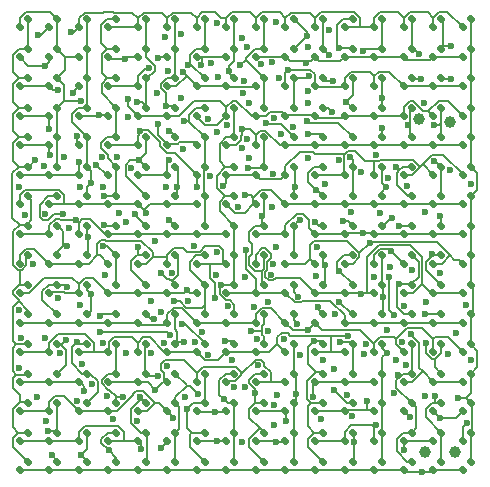
<source format=gtl>
G04 #@! TF.GenerationSoftware,KiCad,Pcbnew,7.0.10-7.0.10~ubuntu22.04.1*
G04 #@! TF.CreationDate,2024-07-08T12:41:38-07:00*
G04 #@! TF.ProjectId,driver_cplex_rp2040,64726976-6572-45f6-9370-6c65785f7270,rev?*
G04 #@! TF.SameCoordinates,Original*
G04 #@! TF.FileFunction,Copper,L1,Top*
G04 #@! TF.FilePolarity,Positive*
%FSLAX46Y46*%
G04 Gerber Fmt 4.6, Leading zero omitted, Abs format (unit mm)*
G04 Created by KiCad (PCBNEW 7.0.10-7.0.10~ubuntu22.04.1) date 2024-07-08 12:41:38*
%MOMM*%
%LPD*%
G01*
G04 APERTURE LIST*
G04 Aperture macros list*
%AMRoundRect*
0 Rectangle with rounded corners*
0 $1 Rounding radius*
0 $2 $3 $4 $5 $6 $7 $8 $9 X,Y pos of 4 corners*
0 Add a 4 corners polygon primitive as box body*
4,1,4,$2,$3,$4,$5,$6,$7,$8,$9,$2,$3,0*
0 Add four circle primitives for the rounded corners*
1,1,$1+$1,$2,$3*
1,1,$1+$1,$4,$5*
1,1,$1+$1,$6,$7*
1,1,$1+$1,$8,$9*
0 Add four rect primitives between the rounded corners*
20,1,$1+$1,$2,$3,$4,$5,0*
20,1,$1+$1,$4,$5,$6,$7,0*
20,1,$1+$1,$6,$7,$8,$9,0*
20,1,$1+$1,$8,$9,$2,$3,0*%
G04 Aperture macros list end*
G04 #@! TA.AperFunction,SMDPad,CuDef*
%ADD10RoundRect,0.147500X-0.017678X0.226274X-0.226274X0.017678X0.017678X-0.226274X0.226274X-0.017678X0*%
G04 #@! TD*
G04 #@! TA.AperFunction,ViaPad*
%ADD11C,0.600000*%
G04 #@! TD*
G04 #@! TA.AperFunction,ViaPad*
%ADD12C,1.000000*%
G04 #@! TD*
G04 #@! TA.AperFunction,Conductor*
%ADD13C,0.130000*%
G04 #@! TD*
G04 APERTURE END LIST*
D10*
X79092947Y-63407053D03*
X78407053Y-64092947D03*
X76592947Y-83407053D03*
X75907053Y-84092947D03*
X76592947Y-63407053D03*
X75907053Y-64092947D03*
X74092947Y-83407053D03*
X73407053Y-84092947D03*
X74092947Y-63407053D03*
X73407053Y-64092947D03*
X71592947Y-83407053D03*
X70907053Y-84092947D03*
X71592947Y-63407053D03*
X70907053Y-64092947D03*
X79092947Y-80907053D03*
X78407053Y-81592947D03*
X79092947Y-60907053D03*
X78407053Y-61592947D03*
X76592947Y-80907053D03*
X75907053Y-81592947D03*
X76592947Y-60907053D03*
X75907053Y-61592947D03*
X74092947Y-80907053D03*
X73407053Y-81592947D03*
X74092947Y-60907053D03*
X73407053Y-61592947D03*
X71592947Y-80907053D03*
X70907053Y-81592947D03*
X79092947Y-78407053D03*
X78407053Y-79092947D03*
X71592947Y-60907053D03*
X70907053Y-61592947D03*
X79092947Y-85907053D03*
X78407053Y-86592947D03*
X76592947Y-68407053D03*
X75907053Y-69092947D03*
X76592947Y-88407053D03*
X75907053Y-89092947D03*
X69092947Y-88407053D03*
X68407053Y-89092947D03*
X79092947Y-68407053D03*
X78407053Y-69092947D03*
X74092947Y-88407053D03*
X73407053Y-89092947D03*
X74092947Y-68407053D03*
X73407053Y-69092947D03*
X71592947Y-88407053D03*
X70907053Y-89092947D03*
X71592947Y-68407053D03*
X70907053Y-69092947D03*
X79092947Y-83407053D03*
X78407053Y-84092947D03*
X79092947Y-65907053D03*
X78407053Y-66592947D03*
X76592947Y-85907053D03*
X75907053Y-86592947D03*
X76592947Y-65907053D03*
X75907053Y-66592947D03*
X74092947Y-85907053D03*
X73407053Y-86592947D03*
X74092947Y-65907053D03*
X73407053Y-66592947D03*
X71592947Y-85907053D03*
X70907053Y-86592947D03*
X71592947Y-65907053D03*
X70907053Y-66592947D03*
X79092947Y-53407053D03*
X78407053Y-54092947D03*
X69092947Y-65907053D03*
X68407053Y-66592947D03*
X71592947Y-50907053D03*
X70907053Y-51592947D03*
X71592947Y-70907053D03*
X70907053Y-71592947D03*
X74092947Y-50907053D03*
X73407053Y-51592947D03*
X74092947Y-70907053D03*
X73407053Y-71592947D03*
X76592947Y-50907053D03*
X75907053Y-51592947D03*
X76592947Y-70907053D03*
X75907053Y-71592947D03*
X79092947Y-50907053D03*
X78407053Y-51592947D03*
X79092947Y-70907053D03*
X78407053Y-71592947D03*
X71592947Y-53407053D03*
X70907053Y-54092947D03*
X71592947Y-73407053D03*
X70907053Y-74092947D03*
X74092947Y-53407053D03*
X73407053Y-54092947D03*
X74092947Y-73407053D03*
X73407053Y-74092947D03*
X76592947Y-53407053D03*
X75907053Y-54092947D03*
X76592947Y-73407053D03*
X75907053Y-74092947D03*
X79092947Y-58407053D03*
X78407053Y-59092947D03*
X79092947Y-73407053D03*
X78407053Y-74092947D03*
X71592947Y-55907053D03*
X70907053Y-56592947D03*
X71592947Y-75907053D03*
X70907053Y-76592947D03*
X74092947Y-55907053D03*
X73407053Y-56592947D03*
X74092947Y-75907053D03*
X73407053Y-76592947D03*
X76592947Y-55907053D03*
X75907053Y-56592947D03*
X76592947Y-75907053D03*
X75907053Y-76592947D03*
X79092947Y-55907053D03*
X78407053Y-56592947D03*
X79092947Y-75907053D03*
X78407053Y-76592947D03*
X71592947Y-58407053D03*
X70907053Y-59092947D03*
X71592947Y-78407053D03*
X70907053Y-79092947D03*
X74092947Y-58407053D03*
X73407053Y-59092947D03*
X74092947Y-78407053D03*
X73407053Y-79092947D03*
X76592947Y-58407053D03*
X75907053Y-59092947D03*
X76592947Y-78407053D03*
X75907053Y-79092947D03*
X89092947Y-80907053D03*
X88407053Y-81592947D03*
X89092947Y-83407053D03*
X88407053Y-84092947D03*
X89092947Y-63407053D03*
X88407053Y-64092947D03*
X86592947Y-83407053D03*
X85907053Y-84092947D03*
X86592947Y-63407053D03*
X85907053Y-64092947D03*
X84092947Y-83407053D03*
X83407053Y-84092947D03*
X84092947Y-63407053D03*
X83407053Y-64092947D03*
X81592947Y-83407053D03*
X80907053Y-84092947D03*
X81592947Y-63407053D03*
X80907053Y-64092947D03*
X81592947Y-65907053D03*
X80907053Y-66592947D03*
X89092947Y-60907053D03*
X88407053Y-61592947D03*
X86592947Y-80907053D03*
X85907053Y-81592947D03*
X86592947Y-60907053D03*
X85907053Y-61592947D03*
X84092947Y-80907053D03*
X83407053Y-81592947D03*
X84092947Y-60907053D03*
X83407053Y-61592947D03*
X81592947Y-80907053D03*
X80907053Y-81592947D03*
X81592947Y-60907053D03*
X80907053Y-61592947D03*
X89092947Y-78407053D03*
X88407053Y-79092947D03*
X81592947Y-85907053D03*
X80907053Y-86592947D03*
X84092947Y-65907053D03*
X83407053Y-66592947D03*
X84092947Y-85907053D03*
X83407053Y-86592947D03*
X86592947Y-65907053D03*
X85907053Y-66592947D03*
X86592947Y-85907053D03*
X85907053Y-86592947D03*
X89092947Y-65907053D03*
X88407053Y-66592947D03*
X89092947Y-85907053D03*
X88407053Y-86592947D03*
X81592947Y-68407053D03*
X80907053Y-69092947D03*
X81592947Y-88407053D03*
X80907053Y-89092947D03*
X84092947Y-68407053D03*
X83407053Y-69092947D03*
X84092947Y-88407053D03*
X83407053Y-89092947D03*
X86592947Y-68407053D03*
X85907053Y-69092947D03*
X86592947Y-88407053D03*
X85907053Y-89092947D03*
X89092947Y-68407053D03*
X88407053Y-69092947D03*
X89092947Y-88407053D03*
X88407053Y-89092947D03*
X89092947Y-73407053D03*
X88407053Y-74092947D03*
X81592947Y-50907053D03*
X80907053Y-51592947D03*
X81592947Y-70907053D03*
X80907053Y-71592947D03*
X84092947Y-50907053D03*
X83407053Y-51592947D03*
X84092947Y-70907053D03*
X83407053Y-71592947D03*
X86592947Y-50907053D03*
X85907053Y-51592947D03*
X86592947Y-70907053D03*
X85907053Y-71592947D03*
X89092947Y-50907053D03*
X88407053Y-51592947D03*
X89092947Y-70907053D03*
X88407053Y-71592947D03*
X81592947Y-53407053D03*
X80907053Y-54092947D03*
X81592947Y-73407053D03*
X80907053Y-74092947D03*
X84092947Y-53407053D03*
X83407053Y-54092947D03*
X84092947Y-73407053D03*
X83407053Y-74092947D03*
X86592947Y-53407053D03*
X85907053Y-54092947D03*
X86592947Y-73407053D03*
X85907053Y-74092947D03*
X89092947Y-53407053D03*
X88407053Y-54092947D03*
X79092947Y-88407053D03*
X78407053Y-89092947D03*
X81592947Y-55907053D03*
X80907053Y-56592947D03*
X81592947Y-75907053D03*
X80907053Y-76592947D03*
X84092947Y-55907053D03*
X83407053Y-56592947D03*
X84092947Y-75907053D03*
X83407053Y-76592947D03*
X86592947Y-55907053D03*
X85907053Y-56592947D03*
X86592947Y-75907053D03*
X85907053Y-76592947D03*
X89092947Y-55907053D03*
X88407053Y-56592947D03*
X89092947Y-75907053D03*
X88407053Y-76592947D03*
X81592947Y-58407053D03*
X80907053Y-59092947D03*
X81592947Y-78407053D03*
X80907053Y-79092947D03*
X84092947Y-58407053D03*
X83407053Y-59092947D03*
X84092947Y-78407053D03*
X83407053Y-79092947D03*
X86592947Y-58407053D03*
X85907053Y-59092947D03*
X86592947Y-78407053D03*
X85907053Y-79092947D03*
X89092947Y-58407053D03*
X88407053Y-59092947D03*
X59092947Y-83407053D03*
X58407053Y-84092947D03*
X51592947Y-60907053D03*
X50907053Y-61592947D03*
X51592947Y-80907053D03*
X50907053Y-81592947D03*
X54092947Y-60907053D03*
X53407053Y-61592947D03*
X54092947Y-80907053D03*
X53407053Y-81592947D03*
X56592947Y-60907053D03*
X55907053Y-61592947D03*
X56592947Y-80907053D03*
X55907053Y-81592947D03*
X59092947Y-60907053D03*
X58407053Y-61592947D03*
X59092947Y-80907053D03*
X58407053Y-81592947D03*
X51592947Y-63407053D03*
X50907053Y-64092947D03*
X51592947Y-83407053D03*
X50907053Y-84092947D03*
X54092947Y-63407053D03*
X53407053Y-64092947D03*
X54092947Y-83407053D03*
X53407053Y-84092947D03*
X56592947Y-63407053D03*
X55907053Y-64092947D03*
X56592947Y-83407053D03*
X55907053Y-84092947D03*
X59092947Y-63407053D03*
X58407053Y-64092947D03*
X59092947Y-78407053D03*
X58407053Y-79092947D03*
X51592947Y-65907053D03*
X50907053Y-66592947D03*
X51592947Y-85907053D03*
X50907053Y-86592947D03*
X54092947Y-65907053D03*
X53407053Y-66592947D03*
X54092947Y-85907053D03*
X53407053Y-86592947D03*
X56592947Y-65907053D03*
X55907053Y-66592947D03*
X56592947Y-85907053D03*
X55907053Y-86592947D03*
X59092947Y-65907053D03*
X58407053Y-66592947D03*
X59092947Y-85907053D03*
X58407053Y-86592947D03*
X51592947Y-68407053D03*
X50907053Y-69092947D03*
X51592947Y-88407053D03*
X50907053Y-89092947D03*
X54092947Y-68407053D03*
X53407053Y-69092947D03*
X54092947Y-88407053D03*
X53407053Y-89092947D03*
X56592947Y-68407053D03*
X55907053Y-69092947D03*
X56592947Y-88407053D03*
X55907053Y-89092947D03*
X59092947Y-68407053D03*
X58407053Y-69092947D03*
X59092947Y-73407053D03*
X58407053Y-74092947D03*
X51592947Y-50907053D03*
X50907053Y-51592947D03*
X51592947Y-70907053D03*
X50907053Y-71592947D03*
X54092947Y-50907053D03*
X53407053Y-51592947D03*
X54092947Y-70907053D03*
X53407053Y-71592947D03*
X56592947Y-50907053D03*
X55907053Y-51592947D03*
X56592947Y-70907053D03*
X55907053Y-71592947D03*
X59092947Y-50907053D03*
X58407053Y-51592947D03*
X59092947Y-70907053D03*
X58407053Y-71592947D03*
X51592947Y-53407053D03*
X50907053Y-54092947D03*
X51592947Y-73407053D03*
X50907053Y-74092947D03*
X54092947Y-53407053D03*
X53407053Y-54092947D03*
X54092947Y-73407053D03*
X53407053Y-74092947D03*
X56592947Y-53407053D03*
X55907053Y-54092947D03*
X56592947Y-73407053D03*
X55907053Y-74092947D03*
X59092947Y-53407053D03*
X58407053Y-54092947D03*
X66592947Y-88407053D03*
X65907053Y-89092947D03*
X51592947Y-55907053D03*
X50907053Y-56592947D03*
X51592947Y-75907053D03*
X50907053Y-76592947D03*
X54092947Y-55907053D03*
X53407053Y-56592947D03*
X54092947Y-75907053D03*
X53407053Y-76592947D03*
X56592947Y-55907053D03*
X55907053Y-56592947D03*
X56592947Y-75907053D03*
X55907053Y-76592947D03*
X59092947Y-55907053D03*
X58407053Y-56592947D03*
X59092947Y-75907053D03*
X58407053Y-76592947D03*
X51592947Y-58407053D03*
X50907053Y-59092947D03*
X51592947Y-78407053D03*
X50907053Y-79092947D03*
X54092947Y-58407053D03*
X53407053Y-59092947D03*
X54092947Y-78407053D03*
X53407053Y-79092947D03*
X56592947Y-58407053D03*
X55907053Y-59092947D03*
X56592947Y-78407053D03*
X55907053Y-79092947D03*
X59092947Y-58407053D03*
X58407053Y-59092947D03*
X69092947Y-63407053D03*
X68407053Y-64092947D03*
X69092947Y-78407053D03*
X68407053Y-79092947D03*
X61592947Y-60907053D03*
X60907053Y-61592947D03*
X61592947Y-80907053D03*
X60907053Y-81592947D03*
X64092947Y-60907053D03*
X63407053Y-61592947D03*
X64092947Y-80907053D03*
X63407053Y-81592947D03*
X66592947Y-60907053D03*
X65907053Y-61592947D03*
X66592947Y-80907053D03*
X65907053Y-81592947D03*
X69092947Y-60907053D03*
X68407053Y-61592947D03*
X69092947Y-80907053D03*
X68407053Y-81592947D03*
X61592947Y-63407053D03*
X60907053Y-64092947D03*
X61592947Y-83407053D03*
X60907053Y-84092947D03*
X64092947Y-63407053D03*
X63407053Y-64092947D03*
X64092947Y-83407053D03*
X63407053Y-84092947D03*
X66592947Y-63407053D03*
X65907053Y-64092947D03*
X66592947Y-83407053D03*
X65907053Y-84092947D03*
X61592947Y-50907053D03*
X60907053Y-51592947D03*
X69092947Y-83407053D03*
X68407053Y-84092947D03*
X61592947Y-65907053D03*
X60907053Y-66592947D03*
X61592947Y-85907053D03*
X60907053Y-86592947D03*
X64092947Y-65907053D03*
X63407053Y-66592947D03*
X64092947Y-85907053D03*
X63407053Y-86592947D03*
X66592947Y-65907053D03*
X65907053Y-66592947D03*
X66592947Y-85907053D03*
X65907053Y-86592947D03*
X69092947Y-85907053D03*
X68407053Y-86592947D03*
X61592947Y-68407053D03*
X60907053Y-69092947D03*
X61592947Y-88407053D03*
X60907053Y-89092947D03*
X64092947Y-68407053D03*
X63407053Y-69092947D03*
X64092947Y-88407053D03*
X63407053Y-89092947D03*
X66592947Y-68407053D03*
X65907053Y-69092947D03*
X69092947Y-68407053D03*
X68407053Y-69092947D03*
X66592947Y-78407053D03*
X65907053Y-79092947D03*
X59092947Y-88407053D03*
X58407053Y-89092947D03*
X61592947Y-70907053D03*
X60907053Y-71592947D03*
X64092947Y-50907053D03*
X63407053Y-51592947D03*
X64092947Y-70907053D03*
X63407053Y-71592947D03*
X66592947Y-50907053D03*
X65907053Y-51592947D03*
X66592947Y-70907053D03*
X65907053Y-71592947D03*
X69092947Y-50907053D03*
X68407053Y-51592947D03*
X69092947Y-58407053D03*
X68407053Y-59092947D03*
X69092947Y-70907053D03*
X68407053Y-71592947D03*
X61592947Y-53407053D03*
X60907053Y-54092947D03*
X61592947Y-73407053D03*
X60907053Y-74092947D03*
X64092947Y-53407053D03*
X63407053Y-54092947D03*
X64092947Y-73407053D03*
X63407053Y-74092947D03*
X66592947Y-53407053D03*
X65907053Y-54092947D03*
X66592947Y-73407053D03*
X65907053Y-74092947D03*
X69092947Y-73407053D03*
X68407053Y-74092947D03*
X69092947Y-53407053D03*
X68407053Y-54092947D03*
X66592947Y-58407053D03*
X65907053Y-59092947D03*
X64092947Y-78407053D03*
X63407053Y-79092947D03*
X64092947Y-58407053D03*
X63407053Y-59092947D03*
X61592947Y-78407053D03*
X60907053Y-79092947D03*
X61592947Y-58407053D03*
X60907053Y-59092947D03*
X69092947Y-75907053D03*
X68407053Y-76592947D03*
X69092947Y-55907053D03*
X68407053Y-56592947D03*
X66592947Y-75907053D03*
X65907053Y-76592947D03*
X66592947Y-55907053D03*
X65907053Y-56592947D03*
X64092947Y-75907053D03*
X63407053Y-76592947D03*
X64092947Y-55907053D03*
X63407053Y-56592947D03*
X61592947Y-75907053D03*
X60907053Y-76592947D03*
X61592947Y-55907053D03*
X60907053Y-56592947D03*
D11*
X52223200Y-62861100D03*
X54922100Y-70150700D03*
X54817600Y-78088800D03*
X56069900Y-57871500D03*
X54922100Y-73594400D03*
X59854100Y-54244300D03*
X62586200Y-54225000D03*
X54575100Y-67419300D03*
X53620600Y-87815600D03*
X75140700Y-54586200D03*
X66240000Y-54820000D03*
X53291600Y-85738300D03*
X73626600Y-55178500D03*
X51039300Y-77897300D03*
X53086000Y-54830800D03*
X64702400Y-55388300D03*
X61839500Y-55067800D03*
X69734500Y-60184758D03*
X53407900Y-60178400D03*
X57604400Y-59009500D03*
X62628000Y-59774400D03*
X66343600Y-77360000D03*
X53514300Y-62399800D03*
X55720100Y-60790500D03*
X68134400Y-65021900D03*
X65945800Y-65106200D03*
X61073900Y-60342200D03*
X69951500Y-65785500D03*
X55928500Y-62964900D03*
X63557900Y-62869500D03*
X57404900Y-63219100D03*
X79955300Y-69040500D03*
X62541700Y-57129700D03*
X61578517Y-67288517D03*
X82371300Y-70551400D03*
X63180200Y-52395700D03*
X80539300Y-69863900D03*
X55641300Y-67911200D03*
X67437500Y-74513200D03*
X79807000Y-74132500D03*
X70960300Y-77978700D03*
X70069500Y-70456100D03*
X65090000Y-73844000D03*
X70149200Y-61037818D03*
X75306800Y-57018900D03*
X75279900Y-77180800D03*
X84025000Y-77539900D03*
X78728700Y-77704400D03*
X77092100Y-51787600D03*
X85107500Y-58031400D03*
X56360000Y-82370000D03*
X75745400Y-82911300D03*
X62403900Y-82273200D03*
X86510000Y-84649100D03*
X63899400Y-84673200D03*
X83941300Y-84620300D03*
X81448600Y-67345200D03*
X67466800Y-84149500D03*
X80311600Y-83194800D03*
X73413200Y-84895300D03*
X88739300Y-85123400D03*
X61219000Y-87339400D03*
X67599800Y-86592900D03*
X80220000Y-78395500D03*
X81099200Y-85262900D03*
X62863600Y-87246000D03*
X72595000Y-86687100D03*
X83403900Y-87395100D03*
X84981200Y-89231900D03*
X83289000Y-78255900D03*
X55716400Y-78226400D03*
X56925200Y-74136800D03*
X56672300Y-69385200D03*
X56116100Y-87800400D03*
X56944700Y-64800000D03*
X58026200Y-65895700D03*
X59654800Y-82866800D03*
X57707500Y-76026400D03*
X58082900Y-68351000D03*
X57957700Y-70127000D03*
X58454900Y-87404100D03*
X62607000Y-81122100D03*
X62256100Y-76303900D03*
X60653600Y-67388300D03*
X61025100Y-62839300D03*
X60880000Y-57920000D03*
X60960500Y-70154300D03*
X61050900Y-82884300D03*
X63254700Y-58228600D03*
X64830000Y-78213300D03*
X65991700Y-82617600D03*
X62850000Y-72370000D03*
X64260000Y-65100700D03*
X63557500Y-67871700D03*
X63529300Y-60413400D03*
X57980300Y-78354100D03*
X54119300Y-56942300D03*
X55409000Y-57139300D03*
X60080000Y-57660000D03*
X52446200Y-52255700D03*
X55265100Y-51983000D03*
X64620700Y-76674000D03*
X64013078Y-74768677D03*
X65100800Y-83920600D03*
X64835100Y-59534600D03*
X65183400Y-54744200D03*
X68291800Y-78131700D03*
X68179300Y-83057500D03*
X68628700Y-55270900D03*
X67955100Y-73407100D03*
X70500900Y-77302900D03*
X71431200Y-67599700D03*
X70788400Y-82553300D03*
X70246400Y-63488900D03*
X69573400Y-54824100D03*
X74226900Y-65075900D03*
X75360700Y-55741100D03*
X71730400Y-59698700D03*
X74645700Y-67934500D03*
X74511100Y-74398700D03*
X74285400Y-82602400D03*
X74381100Y-76705500D03*
X75272900Y-52304000D03*
X77122300Y-53936500D03*
X75889200Y-68043100D03*
X76020600Y-65403300D03*
X77347000Y-58739000D03*
X75782400Y-78181500D03*
X76122300Y-75305100D03*
X76717500Y-71722200D03*
X77395200Y-56145300D03*
X75286000Y-60656000D03*
X79210000Y-86708900D03*
X78320600Y-67988100D03*
X77915000Y-53326000D03*
X77500000Y-82300000D03*
X78010000Y-78210000D03*
X78563700Y-57877900D03*
X77964600Y-74834400D03*
X78898800Y-62600000D03*
X75269700Y-59499600D03*
X77943300Y-72212200D03*
X81590200Y-57594000D03*
X81942600Y-65155400D03*
X81598500Y-60105100D03*
X81968900Y-79127100D03*
X79964300Y-53568600D03*
X82446483Y-67746483D03*
X81708400Y-74442700D03*
X82999434Y-68447046D03*
X82734200Y-63418700D03*
X84897300Y-56003600D03*
X83797000Y-59823700D03*
X82914500Y-81015000D03*
X83002300Y-73350100D03*
X84715700Y-53849700D03*
X86013100Y-62889100D03*
X86100000Y-82851900D03*
X86501800Y-67592700D03*
X85292400Y-78363400D03*
X87396600Y-53201600D03*
X85257600Y-75907100D03*
X87408800Y-56005200D03*
X85791500Y-70776800D03*
X86022613Y-59883468D03*
X73250000Y-78010000D03*
X56010000Y-65090000D03*
X62060000Y-74770000D03*
X75290000Y-62650000D03*
X86510000Y-72410000D03*
X75320000Y-57970000D03*
X69750000Y-61850000D03*
X73030000Y-60620000D03*
X89140000Y-79770000D03*
D12*
X85250000Y-87575000D03*
D11*
X72860000Y-55900000D03*
X60360000Y-63500000D03*
X74610000Y-79300000D03*
X58120000Y-72570000D03*
X76060000Y-70180000D03*
X67680000Y-55770000D03*
X69750000Y-52500000D03*
X76550000Y-79760000D03*
X63780000Y-72380000D03*
X51379700Y-67480300D03*
X52980000Y-63340000D03*
X72260000Y-66810000D03*
X69780000Y-57140000D03*
X77590000Y-75890000D03*
X66840800Y-79304000D03*
X63280000Y-65080000D03*
X69410000Y-66810000D03*
X54320000Y-79210000D03*
X56010000Y-75090000D03*
X79830000Y-63850000D03*
X80040000Y-79240000D03*
X72475000Y-85300000D03*
X72630000Y-51180000D03*
X75320000Y-53280000D03*
X88727500Y-75097500D03*
X61990000Y-79190000D03*
X89080000Y-64860000D03*
X67650000Y-60470000D03*
D12*
X84736400Y-59380000D03*
D11*
X59910000Y-79170000D03*
X82090000Y-64320000D03*
X56180000Y-80140000D03*
X76030000Y-72640000D03*
X70000000Y-72750000D03*
X87155000Y-79235000D03*
X82760000Y-79780000D03*
X68915000Y-79795000D03*
X54160000Y-74550000D03*
X87365000Y-63695000D03*
X67610000Y-51230000D03*
X57000000Y-81790000D03*
X70360000Y-62650000D03*
X71970000Y-77300000D03*
X57990000Y-65080000D03*
X70280000Y-57970000D03*
X76730000Y-64890000D03*
X64600000Y-57570000D03*
X64720000Y-61860000D03*
X72600000Y-70160000D03*
X50815000Y-80475000D03*
X52035000Y-71615000D03*
X70140000Y-53270000D03*
X50890000Y-65090000D03*
X50810000Y-75550000D03*
X80940000Y-72700000D03*
X63360000Y-80280000D03*
X77540000Y-80560000D03*
X83480000Y-75190000D03*
X83680000Y-65060000D03*
X67520000Y-72550000D03*
X67580000Y-70660000D03*
X83600000Y-80210000D03*
X55100000Y-68570000D03*
X71125000Y-80215000D03*
X84160000Y-72130000D03*
X64590000Y-52170000D03*
X68510000Y-75230000D03*
X72460000Y-59252900D03*
X67050000Y-64190000D03*
X58325000Y-82825000D03*
X72300000Y-54570000D03*
X72365000Y-63975000D03*
X78980000Y-67250000D03*
X69725000Y-86700000D03*
X66820000Y-59340000D03*
X78611800Y-82716200D03*
X64875000Y-82875000D03*
X85250000Y-82850000D03*
X52400000Y-82900000D03*
X85325000Y-74825000D03*
X87850000Y-77475000D03*
X85265000Y-67260000D03*
D12*
X87775000Y-87575000D03*
D11*
X72670002Y-82700000D03*
X59355000Y-67280000D03*
X53080000Y-67400000D03*
D12*
X87350000Y-59575000D03*
D11*
X53050000Y-77925000D03*
X67110000Y-54650000D03*
X87985000Y-82981000D03*
X79056300Y-84507700D03*
X77914900Y-62807000D03*
X71947700Y-74832700D03*
X70750500Y-75292700D03*
X76384200Y-84766300D03*
X81073100Y-62396000D03*
X60861300Y-84896800D03*
X60094300Y-59190800D03*
X59175000Y-62543100D03*
X58773000Y-84785100D03*
X57893000Y-62572900D03*
X55724600Y-83198400D03*
X53163500Y-84920500D03*
X54696800Y-62569000D03*
X72180000Y-72530000D03*
X69960000Y-82080000D03*
X69070000Y-82080000D03*
X72350000Y-71630000D03*
X65714667Y-78213300D03*
X59933200Y-68105800D03*
X57714500Y-77370200D03*
X63649700Y-77607000D03*
X63106400Y-78316400D03*
X62892400Y-75712500D03*
X68436961Y-59894435D03*
X65116483Y-74743517D03*
X69926200Y-56138900D03*
X62357400Y-69672400D03*
X63502300Y-55254400D03*
X65686900Y-70094400D03*
X72417700Y-83567200D03*
X71360600Y-54714300D03*
X74022600Y-59993100D03*
X81987700Y-77263200D03*
X82225800Y-71859100D03*
X82578600Y-82591600D03*
X82210800Y-72748400D03*
X82630100Y-75914300D03*
D13*
X50340800Y-61417400D02*
X50851100Y-60907100D01*
X50340800Y-85443300D02*
X50340800Y-83870900D01*
X50825000Y-53407100D02*
X51592900Y-53407100D01*
X51592900Y-73407100D02*
X50939000Y-73407100D01*
X50340800Y-71751200D02*
X50340800Y-68870900D01*
X50851100Y-58407100D02*
X50335800Y-57891800D01*
X50891000Y-72163700D02*
X51070600Y-72163700D01*
X50340800Y-87155000D02*
X50340800Y-86370900D01*
X51896000Y-67914600D02*
X51896000Y-66210200D01*
X51592900Y-53407100D02*
X51592900Y-50907100D01*
X50292400Y-63965800D02*
X50292400Y-67705500D01*
X50336900Y-60392900D02*
X50336900Y-58921300D01*
X51592900Y-78407100D02*
X51580500Y-78419500D01*
X50619100Y-80996900D02*
X51503100Y-80996900D01*
X50292400Y-67705500D02*
X50899300Y-68312400D01*
X50340800Y-86370900D02*
X50804600Y-85907100D01*
X50899300Y-82713500D02*
X50899300Y-83312400D01*
X51498200Y-68312400D02*
X51592900Y-68407100D01*
X50619100Y-80996900D02*
X50340800Y-81275200D01*
X50815000Y-74802800D02*
X51592900Y-75580800D01*
X50753300Y-72163700D02*
X50340800Y-71751200D01*
X50340800Y-81275200D02*
X50340800Y-82155000D01*
X51592900Y-63407100D02*
X51677200Y-63407100D01*
X50899300Y-83312400D02*
X51498200Y-83312400D01*
X50939000Y-73407100D02*
X50891000Y-73359100D01*
X50301100Y-73949000D02*
X50301100Y-74180200D01*
X51677200Y-63407100D02*
X52223200Y-62861100D01*
X50335800Y-56422400D02*
X50851100Y-55907100D01*
X50319600Y-80697400D02*
X50619100Y-80996900D01*
X50340800Y-82155000D02*
X50899300Y-82713500D01*
X50319600Y-78711500D02*
X50319600Y-80697400D01*
X50815000Y-74802800D02*
X50304200Y-75313600D01*
X50340800Y-83870900D02*
X50899300Y-83312400D01*
X51479000Y-71755300D02*
X51479000Y-71021000D01*
X51070600Y-72163700D02*
X51479000Y-71755300D01*
X51592900Y-75580800D02*
X51592900Y-75907100D01*
X51479000Y-71021000D02*
X51592900Y-70907100D01*
X50891000Y-72163700D02*
X50753300Y-72163700D01*
X50851100Y-60907100D02*
X50336900Y-60392900D01*
X50804600Y-85907100D02*
X50340800Y-85443300D01*
X50891000Y-73359100D02*
X50891000Y-72163700D01*
X51592900Y-88407100D02*
X50340800Y-87155000D01*
X50815000Y-74694100D02*
X50815000Y-74802800D01*
X50336900Y-58921300D02*
X50851100Y-58407100D01*
X50851100Y-60907100D02*
X51592900Y-60907100D01*
X50851100Y-63407100D02*
X50340800Y-62896800D01*
X51592900Y-55907100D02*
X50851100Y-55907100D01*
X50899300Y-68312400D02*
X51498200Y-68312400D01*
X50301100Y-74180200D02*
X50815000Y-74694100D01*
X50804600Y-85907100D02*
X51592900Y-85907100D01*
X51896000Y-66210200D02*
X51592900Y-65907100D01*
X51498200Y-83312400D02*
X51592900Y-83407100D01*
X50325500Y-55381500D02*
X50325500Y-53906600D01*
X50325500Y-53906600D02*
X50825000Y-53407100D01*
X51592900Y-63407100D02*
X50851100Y-63407100D01*
X50851100Y-58407100D02*
X51592900Y-58407100D01*
X51498200Y-68312400D02*
X51896000Y-67914600D01*
X50851100Y-55907100D02*
X50325500Y-55381500D01*
X50340800Y-62896800D02*
X50340800Y-61417400D01*
X50611600Y-78419500D02*
X50319600Y-78711500D01*
X50851100Y-63407100D02*
X50292400Y-63965800D01*
X50304200Y-75313600D02*
X50304200Y-78112100D01*
X50335800Y-57891800D02*
X50335800Y-56422400D01*
X50340800Y-68870900D02*
X50899300Y-68312400D01*
X50304200Y-78112100D02*
X50611600Y-78419500D01*
X50891000Y-73359100D02*
X50301100Y-73949000D01*
X51503100Y-80996900D02*
X51592900Y-80907100D01*
X51580500Y-78419500D02*
X50611600Y-78419500D01*
X62718300Y-54092900D02*
X62586200Y-54225000D01*
X54628500Y-56442700D02*
X54092900Y-55907100D01*
X52862500Y-67907500D02*
X52587600Y-67632600D01*
X53367200Y-73407100D02*
X54092900Y-73407100D01*
X88407100Y-54092900D02*
X85907100Y-54092900D01*
X54092900Y-73407100D02*
X54734800Y-73407100D01*
X54092900Y-75907100D02*
X52828700Y-74642900D01*
X75140700Y-54448800D02*
X73763000Y-54448800D01*
X58558500Y-54244300D02*
X58407100Y-54092900D01*
X75907100Y-54092900D02*
X75551200Y-54448800D01*
X54734800Y-73407100D02*
X54922100Y-73594400D01*
X75551200Y-54448800D02*
X75140700Y-54448800D01*
X52828700Y-74642900D02*
X52828700Y-73945600D01*
X70933000Y-54067000D02*
X73381200Y-54067000D01*
X54778700Y-54092900D02*
X54778700Y-55221300D01*
X75140700Y-54448800D02*
X75140700Y-54586200D01*
X78407100Y-54092900D02*
X80907100Y-54092900D01*
X53620600Y-87815600D02*
X54092900Y-88287900D01*
X54575100Y-67419300D02*
X53829600Y-67419300D01*
X54092900Y-88287900D02*
X54092900Y-88407100D01*
X76266800Y-54452600D02*
X78047400Y-54452600D01*
X78047400Y-54452600D02*
X78407100Y-54092900D01*
X54092900Y-85569500D02*
X54092900Y-83407100D01*
X54092900Y-58407100D02*
X54092900Y-60907100D01*
X54813700Y-78950800D02*
X54813700Y-80186300D01*
X52828700Y-73945600D02*
X53367200Y-73407100D01*
X52587600Y-66612700D02*
X53293200Y-65907100D01*
X54092900Y-58407100D02*
X54628500Y-57871500D01*
X53924100Y-85738300D02*
X54092900Y-85569500D01*
X75907100Y-54092900D02*
X76266800Y-54452600D01*
X55907100Y-54092900D02*
X54778700Y-54092900D01*
X59854100Y-54244300D02*
X58558500Y-54244300D01*
X54548400Y-70145400D02*
X54916800Y-70145400D01*
X53293200Y-65907100D02*
X54092900Y-65907100D01*
X73381200Y-54067000D02*
X73407100Y-54092900D01*
X53341400Y-67907500D02*
X52862500Y-67907500D01*
X66379100Y-54092900D02*
X65907100Y-54092900D01*
X83407100Y-54092900D02*
X83656300Y-54342100D01*
X73763000Y-54448800D02*
X73407100Y-54092900D01*
X53510900Y-50325100D02*
X51417200Y-50325100D01*
X70907100Y-54092900D02*
X70933000Y-54067000D01*
X80907100Y-54092900D02*
X83407100Y-54092900D01*
X54548400Y-70145400D02*
X54548400Y-68862600D01*
X54092900Y-78407100D02*
X54270000Y-78407100D01*
X66379100Y-54092900D02*
X66379100Y-54680900D01*
X54916800Y-70145400D02*
X54922100Y-70150700D01*
X52587600Y-67632600D02*
X52587600Y-66612700D01*
X68407100Y-54092900D02*
X66379100Y-54092900D01*
X60005500Y-54092900D02*
X59854100Y-54244300D01*
X53924100Y-85738300D02*
X53291600Y-85738300D01*
X83656300Y-54342100D02*
X85657900Y-54342100D01*
X53829600Y-67419300D02*
X53341400Y-67907500D01*
X54628500Y-57871500D02*
X54628500Y-56442700D01*
X54628500Y-57871500D02*
X56069900Y-57871500D01*
X54778700Y-54092900D02*
X54092900Y-53407100D01*
X54092900Y-50907100D02*
X53510900Y-50325100D01*
X54092900Y-70600900D02*
X54092900Y-70907100D01*
X54548400Y-70145400D02*
X54092900Y-70600900D01*
X54778700Y-55221300D02*
X54092900Y-55907100D01*
X51417200Y-50325100D02*
X50907100Y-50835200D01*
X63407100Y-54092900D02*
X62718300Y-54092900D01*
X54384700Y-78521700D02*
X54813700Y-78950800D01*
X54813700Y-80186300D02*
X54092900Y-80907100D01*
X85657900Y-54342100D02*
X85907100Y-54092900D01*
X54092900Y-60907100D02*
X54092900Y-63407100D01*
X54548400Y-68862600D02*
X54092900Y-68407100D01*
X54270000Y-78407100D02*
X54384700Y-78521700D01*
X54092900Y-53407100D02*
X54092900Y-50907100D01*
X54384700Y-78521700D02*
X54817600Y-78088800D01*
X66379100Y-54680900D02*
X66240000Y-54820000D01*
X54092900Y-85907100D02*
X53924100Y-85738300D01*
X50907100Y-50835200D02*
X50907100Y-51592900D01*
X60907100Y-54092900D02*
X60005500Y-54092900D01*
X60907100Y-55756000D02*
X61595300Y-55067800D01*
X60907100Y-56592900D02*
X58407100Y-56592900D01*
X75519000Y-55178500D02*
X73626600Y-55178500D01*
X88407100Y-56592900D02*
X85907100Y-56592900D01*
X75907100Y-55566600D02*
X75519000Y-55178500D01*
X65907100Y-56592900D02*
X68407100Y-56592900D01*
X65031200Y-55718600D02*
X65905400Y-56592900D01*
X51645000Y-54830800D02*
X50907100Y-54092900D01*
X80907100Y-55723400D02*
X80524500Y-55340800D01*
X63407100Y-56592900D02*
X64156900Y-56592900D01*
X53407100Y-54092900D02*
X53407100Y-54509700D01*
X68445000Y-56630800D02*
X70869200Y-56630800D01*
X81289700Y-55340800D02*
X82155000Y-55340800D01*
X61595300Y-55067800D02*
X61839500Y-55067800D01*
X64156900Y-56592900D02*
X65031200Y-55718600D01*
X78362800Y-56637200D02*
X78407100Y-56592900D01*
X75951400Y-56637200D02*
X78362800Y-56637200D01*
X75907100Y-56592900D02*
X75907100Y-55566600D01*
X80907100Y-55723400D02*
X80907100Y-56592900D01*
X78407100Y-55848800D02*
X78407100Y-56592900D01*
X85907100Y-56592900D02*
X83407100Y-56592900D01*
X65031200Y-55718600D02*
X64702400Y-55389900D01*
X73407100Y-55398000D02*
X73407100Y-56592900D01*
X60907100Y-56592900D02*
X60907100Y-55756000D01*
X80524500Y-55340800D02*
X78915100Y-55340800D01*
X73626600Y-55178500D02*
X73407100Y-55398000D01*
X82155000Y-55340800D02*
X83407100Y-56592900D01*
X78915100Y-55340800D02*
X78407100Y-55848800D01*
X75907100Y-56592900D02*
X75951400Y-56637200D01*
X68407100Y-56592900D02*
X68445000Y-56630800D01*
X53407100Y-54509700D02*
X53086000Y-54830800D01*
X70869200Y-56630800D02*
X70907100Y-56592900D01*
X65905400Y-56592900D02*
X65907100Y-56592900D01*
X64702400Y-55389900D02*
X64702400Y-55388300D01*
X53086000Y-54830800D02*
X51645000Y-54830800D01*
X80907100Y-55723400D02*
X81289700Y-55340800D01*
X63407100Y-61473300D02*
X62628000Y-60694200D01*
X69659200Y-60774600D02*
X69734500Y-60699300D01*
X53407100Y-60177600D02*
X53407100Y-59092900D01*
X64425800Y-61336900D02*
X65651100Y-61336900D01*
X69179000Y-61592900D02*
X69659200Y-61112700D01*
X80907100Y-61592900D02*
X83407100Y-61592900D01*
X63407100Y-61592900D02*
X63407100Y-61473300D01*
X71273800Y-60332600D02*
X70907100Y-60699300D01*
X58407100Y-59092900D02*
X58323700Y-59009500D01*
X69734500Y-60699300D02*
X69734500Y-60220000D01*
X71709600Y-60332600D02*
X71273800Y-60332600D01*
X78407100Y-61592900D02*
X80907100Y-61592900D01*
X53407900Y-60178400D02*
X53407100Y-60177600D01*
X73407100Y-61592900D02*
X72969900Y-61592900D01*
X58323700Y-59009500D02*
X57604400Y-59009500D01*
X83407100Y-61592900D02*
X85907100Y-61592900D01*
X72969900Y-61592900D02*
X71709600Y-60332600D01*
X64289400Y-61473300D02*
X64425800Y-61336900D01*
X69659200Y-61112700D02*
X69659200Y-60774600D01*
X69734500Y-60220000D02*
X70427800Y-60220000D01*
X69734500Y-60699300D02*
X69734500Y-60184758D01*
X62628000Y-60694200D02*
X62628000Y-59774400D01*
X55907100Y-59092900D02*
X57521000Y-59092900D01*
X75907100Y-61592900D02*
X78407100Y-61592900D01*
X57521000Y-59092900D02*
X57604400Y-59009500D01*
X75907100Y-61592900D02*
X73407100Y-61592900D01*
X53407100Y-59092900D02*
X50907100Y-59092900D01*
X70427800Y-60220000D02*
X70907100Y-60699300D01*
X68407100Y-61592900D02*
X69179000Y-61592900D01*
X70907100Y-60699300D02*
X70907100Y-61592900D01*
X65651100Y-61336900D02*
X65907100Y-61592900D01*
X63407100Y-61473300D02*
X64289400Y-61473300D01*
X85907100Y-61592900D02*
X88407100Y-61592900D01*
X73022600Y-64477400D02*
X73407100Y-64092900D01*
X61206500Y-60474800D02*
X61073900Y-60342200D01*
X86764300Y-62368400D02*
X85831200Y-62368400D01*
X53407100Y-61592900D02*
X50907100Y-61592900D01*
X85020000Y-63179600D02*
X85020000Y-63205800D01*
X84808600Y-63417200D02*
X85020000Y-63205800D01*
X88407100Y-64092900D02*
X88407100Y-64011200D01*
X80107900Y-62906300D02*
X80907100Y-62906300D01*
X64068500Y-62254300D02*
X65907100Y-64092900D01*
X73407100Y-63361600D02*
X74611000Y-62157700D01*
X85020000Y-63205800D02*
X85907100Y-64092900D01*
X74611000Y-62157700D02*
X75725300Y-62157700D01*
X81403900Y-62832400D02*
X84223800Y-62832400D01*
X73407100Y-64092900D02*
X73407100Y-63361600D01*
X85831200Y-62368400D02*
X85020000Y-63179600D01*
X71291600Y-64477400D02*
X73022600Y-64477400D01*
X78406900Y-64092700D02*
X78407100Y-64092900D01*
X65945800Y-64131600D02*
X65907100Y-64092900D01*
X62784700Y-61682300D02*
X63356700Y-62254300D01*
X61374400Y-60306900D02*
X61755600Y-60306900D01*
X78668100Y-62105600D02*
X79307200Y-62105600D01*
X78349900Y-62309800D02*
X78406900Y-62366800D01*
X81330000Y-62906300D02*
X81403900Y-62832400D01*
X80907100Y-62906300D02*
X81330000Y-62906300D01*
X68407100Y-64749200D02*
X68407100Y-64092900D01*
X79307200Y-62105600D02*
X80107900Y-62906300D01*
X63356700Y-62254300D02*
X64068500Y-62254300D01*
X53407100Y-62292600D02*
X53514300Y-62399800D01*
X62784700Y-61336000D02*
X62784700Y-61682300D01*
X78406900Y-62366800D02*
X78406900Y-64092700D01*
X75877400Y-62309800D02*
X78349900Y-62309800D01*
X78407100Y-64092900D02*
X75907100Y-64092900D01*
X58407100Y-61592900D02*
X60907100Y-61592900D01*
X61755600Y-60306900D02*
X62784700Y-61336000D01*
X78406900Y-62366800D02*
X78668100Y-62105600D01*
X55907100Y-61592900D02*
X55720100Y-61405900D01*
X55720100Y-61405900D02*
X55720100Y-60790500D01*
X60907100Y-60774200D02*
X61206500Y-60474800D01*
X70907100Y-64092900D02*
X68407100Y-64092900D01*
X61206500Y-60474800D02*
X61374400Y-60306900D01*
X65945800Y-65106200D02*
X65945800Y-64131600D01*
X84223800Y-62832400D02*
X84808600Y-63417200D01*
X88407100Y-64011200D02*
X86764300Y-62368400D01*
X84132900Y-64092900D02*
X84808600Y-63417200D01*
X68134400Y-65021900D02*
X68407100Y-64749200D01*
X83407100Y-64092900D02*
X84132900Y-64092900D01*
X75725300Y-62157700D02*
X75877400Y-62309800D01*
X60907100Y-61592900D02*
X60907100Y-60774200D01*
X70907100Y-64092900D02*
X71291600Y-64477400D01*
X53407100Y-61592900D02*
X53407100Y-62292600D01*
X80907100Y-64092900D02*
X80907100Y-62906300D01*
X85907100Y-66592900D02*
X88407100Y-66592900D01*
X55907100Y-62986300D02*
X55928500Y-62964900D01*
X73407100Y-66592900D02*
X75907100Y-66592900D01*
X69951500Y-65785500D02*
X70472200Y-65785500D01*
X70693000Y-66591300D02*
X70693000Y-66006300D01*
X69956000Y-67328300D02*
X69142500Y-67328300D01*
X75907100Y-66592900D02*
X78407100Y-66592900D01*
X69142500Y-67328300D02*
X68407100Y-66592900D01*
X72144700Y-65330500D02*
X73407100Y-66592900D01*
X83407100Y-66592900D02*
X85907100Y-66592900D01*
X57404900Y-63219100D02*
X58278700Y-64092900D01*
X70472200Y-65785500D02*
X70693000Y-66006300D01*
X53407100Y-64092900D02*
X50907100Y-64092900D01*
X63407100Y-64092900D02*
X60907100Y-64092900D01*
X70693000Y-66591300D02*
X69956000Y-67328300D01*
X55907100Y-64092900D02*
X53407100Y-64092900D01*
X58278700Y-64092900D02*
X58407100Y-64092900D01*
X63407100Y-64092900D02*
X63407100Y-63020300D01*
X70905500Y-66591300D02*
X70693000Y-66591300D01*
X71368800Y-65330500D02*
X72144700Y-65330500D01*
X63407100Y-63020300D02*
X63557900Y-62869500D01*
X70693000Y-66006300D02*
X71368800Y-65330500D01*
X78407100Y-66592900D02*
X80907100Y-66592900D01*
X70907100Y-66592900D02*
X70905500Y-66591300D01*
X55907100Y-64092900D02*
X55907100Y-62986300D01*
X80907100Y-66592900D02*
X83407100Y-66592900D01*
X54663100Y-66592900D02*
X54663100Y-65768700D01*
X50907100Y-65818300D02*
X50907100Y-66592900D01*
X79955300Y-69040500D02*
X78459500Y-69040500D01*
X73407100Y-68366400D02*
X73407100Y-69092900D01*
X61410300Y-67120300D02*
X61578517Y-67288517D01*
X61410300Y-67096100D02*
X61410300Y-67120300D01*
X80854700Y-69040500D02*
X79955300Y-69040500D01*
X54663100Y-66592900D02*
X53407100Y-66592900D01*
X75378100Y-67897400D02*
X74905100Y-67424400D01*
X80907100Y-69092900D02*
X80854700Y-69040500D01*
X58407100Y-66592900D02*
X55907100Y-66592900D01*
X55907100Y-66592900D02*
X54663100Y-66592900D01*
X61410300Y-67096100D02*
X61913500Y-66592900D01*
X83407100Y-69092900D02*
X85907100Y-69092900D01*
X75378100Y-68563900D02*
X75378100Y-67897400D01*
X74905100Y-67424400D02*
X74349100Y-67424400D01*
X61913500Y-66592900D02*
X63407100Y-66592900D01*
X51389500Y-65335900D02*
X50907100Y-65818300D01*
X83407100Y-69092900D02*
X80907100Y-69092900D01*
X70907100Y-69092900D02*
X73407100Y-69092900D01*
X74349100Y-67424400D02*
X73407100Y-68366400D01*
X60907100Y-66592900D02*
X58407100Y-66592900D01*
X85907100Y-69092900D02*
X88407100Y-69092900D01*
X63407100Y-66592900D02*
X65907100Y-66592900D01*
X78407100Y-69092900D02*
X75907100Y-69092900D01*
X54230300Y-65335900D02*
X51389500Y-65335900D01*
X75907100Y-69092900D02*
X75378100Y-68563900D01*
X60907100Y-66592900D02*
X61410300Y-67096100D01*
X78459500Y-69040500D02*
X78407100Y-69092900D01*
X54663100Y-65768700D02*
X54230300Y-65335900D01*
X79145100Y-71592900D02*
X79661000Y-71077000D01*
X78407100Y-71592900D02*
X79145100Y-71592900D01*
X79661000Y-71077000D02*
X79661000Y-70742200D01*
X82368500Y-70554200D02*
X83407100Y-71592900D01*
X75094500Y-71592900D02*
X73407100Y-71592900D01*
X75500800Y-70035300D02*
X75500800Y-71186600D01*
X55907100Y-68142200D02*
X55907100Y-69092900D01*
X87335300Y-70904000D02*
X87704900Y-71273700D01*
X80907100Y-71592900D02*
X80907100Y-70850700D01*
X58407100Y-69092900D02*
X60907100Y-69092900D01*
X63407100Y-69092900D02*
X65907100Y-69092900D01*
X82204900Y-70390700D02*
X82368500Y-70554200D01*
X80622100Y-69781100D02*
X80539300Y-69863900D01*
X81420700Y-70337100D02*
X82149200Y-70337100D01*
X82149200Y-70337100D02*
X82202800Y-70390700D01*
X55676100Y-67911200D02*
X55907100Y-68142200D01*
X53407100Y-69092900D02*
X53407100Y-68367000D01*
X54250300Y-67790100D02*
X54371400Y-67911200D01*
X78592400Y-69673600D02*
X75862500Y-69673600D01*
X82368500Y-70554200D02*
X82371300Y-70551400D01*
X86646400Y-71592900D02*
X87335300Y-70904000D01*
X58104200Y-69092900D02*
X56842300Y-67831000D01*
X58407100Y-69092900D02*
X58104200Y-69092900D01*
X82202800Y-70390700D02*
X82204900Y-70390700D01*
X55641300Y-67911200D02*
X55676100Y-67911200D01*
X56218300Y-67831000D02*
X55907100Y-68142200D01*
X56842300Y-67831000D02*
X56218300Y-67831000D01*
X79661000Y-70742200D02*
X80539300Y-69863900D01*
X75862500Y-69673600D02*
X75500800Y-70035300D01*
X79661000Y-70742200D02*
X78592400Y-69673600D01*
X85907100Y-71592900D02*
X86646400Y-71592900D01*
X88087900Y-71273700D02*
X88407100Y-71592900D01*
X75500800Y-71186600D02*
X75094500Y-71592900D01*
X86212300Y-69781100D02*
X80622100Y-69781100D01*
X75500800Y-71186600D02*
X75907100Y-71592900D01*
X60907100Y-69092900D02*
X63407100Y-69092900D01*
X53407100Y-68367000D02*
X53984000Y-67790100D01*
X87335300Y-70904000D02*
X86212300Y-69781100D01*
X53984000Y-67790100D02*
X54250300Y-67790100D01*
X65907100Y-69092900D02*
X68407100Y-69092900D01*
X54371400Y-67911200D02*
X55641300Y-67911200D01*
X53407100Y-69092900D02*
X50907100Y-69092900D01*
X80907100Y-70850700D02*
X81420700Y-70337100D01*
X87704900Y-71273700D02*
X88087900Y-71273700D01*
X66994100Y-72806800D02*
X67437500Y-73250200D01*
X84952300Y-73320600D02*
X84180000Y-74092900D01*
X71688100Y-72326300D02*
X71688100Y-72733700D01*
X57717800Y-70903600D02*
X58407100Y-71592900D01*
X72185600Y-70802900D02*
X72185600Y-71098800D01*
X85724600Y-74092900D02*
X84952300Y-73320600D01*
X85907100Y-74092900D02*
X85724600Y-74092900D01*
X66994100Y-71592900D02*
X68115100Y-71592900D01*
X70907100Y-71592900D02*
X70907100Y-70861800D01*
X71976300Y-73021900D02*
X72383800Y-73021900D01*
X84180000Y-74092900D02*
X83407100Y-74092900D01*
X79807000Y-74092900D02*
X80317800Y-74092900D01*
X50907100Y-71592900D02*
X50907100Y-70838000D01*
X63970200Y-70283900D02*
X63407100Y-70847000D01*
X72612600Y-72793100D02*
X74607300Y-72793100D01*
X65031400Y-70618200D02*
X64697100Y-70283900D01*
X62159700Y-71067400D02*
X62159700Y-70657800D01*
X72185600Y-71098800D02*
X71858100Y-71426300D01*
X71688100Y-72733700D02*
X71976300Y-73021900D01*
X61164300Y-69662400D02*
X58189000Y-69662400D01*
X68115100Y-71592900D02*
X68407100Y-71592900D01*
X64697100Y-70283900D02*
X63970200Y-70283900D01*
X57436000Y-70903600D02*
X57717800Y-70903600D01*
X71459400Y-70309500D02*
X71692200Y-70309500D01*
X66605000Y-70148900D02*
X66135700Y-70618200D01*
X71858100Y-71426300D02*
X71858100Y-72156300D01*
X50907100Y-70838000D02*
X51412700Y-70332400D01*
X68115100Y-70488200D02*
X67775800Y-70148900D01*
X58189000Y-69662400D02*
X58161600Y-69635000D01*
X83955200Y-70045000D02*
X81346400Y-70045000D01*
X65907100Y-71592900D02*
X66994100Y-71592900D01*
X80317800Y-74092900D02*
X80907100Y-74092900D01*
X68115100Y-71592900D02*
X68115100Y-70488200D01*
X55907100Y-71592900D02*
X56746700Y-71592900D01*
X62159700Y-71067400D02*
X63407100Y-71067400D01*
X79807000Y-74132500D02*
X79807000Y-74092900D01*
X66135700Y-70618200D02*
X65031400Y-70618200D01*
X80317800Y-71073600D02*
X80317800Y-74092900D01*
X63407100Y-70847000D02*
X63407100Y-71067400D01*
X74607300Y-72793100D02*
X75907100Y-74092900D01*
X88407100Y-74092900D02*
X85907100Y-74092900D01*
X60907100Y-71592900D02*
X61634200Y-71592900D01*
X70907100Y-70861800D02*
X71459400Y-70309500D01*
X57436000Y-69948400D02*
X57436000Y-70903600D01*
X81346400Y-70045000D02*
X80317800Y-71073600D01*
X57749400Y-69635000D02*
X57436000Y-69948400D01*
X71858100Y-72156300D02*
X71688100Y-72326300D01*
X84952300Y-73320600D02*
X84952300Y-71042100D01*
X72383800Y-73021900D02*
X72612600Y-72793100D01*
X84952300Y-71042100D02*
X83955200Y-70045000D01*
X55907100Y-71592900D02*
X53407100Y-71592900D01*
X62159700Y-70657800D02*
X61164300Y-69662400D01*
X52146600Y-70332400D02*
X53407100Y-71592900D01*
X78407100Y-74092900D02*
X79807000Y-74092900D01*
X66994100Y-71592900D02*
X66994100Y-72806800D01*
X78407100Y-74092900D02*
X75907100Y-74092900D01*
X71692200Y-70309500D02*
X72185600Y-70802900D01*
X67437500Y-73250200D02*
X67437500Y-74513200D01*
X58161600Y-69635000D02*
X57749400Y-69635000D01*
X67775800Y-70148900D02*
X66605000Y-70148900D01*
X61634200Y-71592900D02*
X62159700Y-71067400D01*
X63407100Y-71067400D02*
X63407100Y-71592900D01*
X51412700Y-70332400D02*
X52146600Y-70332400D01*
X56746700Y-71592900D02*
X57436000Y-70903600D01*
X78407100Y-76592900D02*
X80907100Y-76592900D01*
X78407100Y-75994000D02*
X78407100Y-76592900D01*
X70069500Y-72036900D02*
X70069500Y-70456100D01*
X55907100Y-73368100D02*
X55907100Y-74092900D01*
X58407100Y-74092900D02*
X57127500Y-72813300D01*
X83407100Y-76592900D02*
X85907100Y-76592900D01*
X54709600Y-74092900D02*
X54625700Y-74009000D01*
X55371400Y-72832400D02*
X52952400Y-72832400D01*
X70907100Y-74092900D02*
X70907100Y-72874500D01*
X74204800Y-74890600D02*
X74714900Y-74890600D01*
X70907100Y-74092900D02*
X68407100Y-74092900D01*
X60907100Y-74092900D02*
X58407100Y-74092900D01*
X65338900Y-74092900D02*
X65907100Y-74092900D01*
X85907100Y-76592900D02*
X88407100Y-76592900D01*
X55907100Y-74092900D02*
X54709600Y-74092900D01*
X56461900Y-72813300D02*
X55907100Y-73368100D01*
X65090000Y-73844000D02*
X65338900Y-74092900D01*
X74819000Y-74786500D02*
X77199600Y-74786500D01*
X65090000Y-73844000D02*
X64841100Y-74092900D01*
X74714900Y-74890600D02*
X74819000Y-74786500D01*
X57127500Y-72813300D02*
X56461900Y-72813300D01*
X77199600Y-74786500D02*
X78407100Y-75994000D01*
X73407100Y-74092900D02*
X74204800Y-74890600D01*
X63407100Y-74092900D02*
X60907100Y-74092900D01*
X64841100Y-74092900D02*
X63407100Y-74092900D01*
X80907100Y-76592900D02*
X83407100Y-76592900D01*
X70907100Y-74092900D02*
X73407100Y-74092900D01*
X70907100Y-72874500D02*
X70069500Y-72036900D01*
X54625700Y-74009000D02*
X53491000Y-74009000D01*
X53491000Y-74009000D02*
X53407100Y-74092900D01*
X51691900Y-74092900D02*
X50907100Y-74092900D01*
X55907100Y-73368100D02*
X55371400Y-72832400D01*
X52952400Y-72832400D02*
X51691900Y-74092900D01*
X72147100Y-75332900D02*
X71430600Y-75332900D01*
X63934400Y-75340800D02*
X64655000Y-75340800D01*
X50907100Y-76592900D02*
X53407100Y-76592900D01*
X55907100Y-76592900D02*
X53407100Y-76592900D01*
X82588000Y-77840600D02*
X81371300Y-77840600D01*
X63407100Y-76592900D02*
X63407100Y-75868100D01*
X86060000Y-77823300D02*
X85907100Y-77976200D01*
X88407100Y-79092900D02*
X87137500Y-77823300D01*
X60907100Y-76592900D02*
X61110000Y-76795800D01*
X82744700Y-78430500D02*
X83407100Y-79092900D01*
X75263300Y-77197400D02*
X75279900Y-77180800D01*
X76498700Y-77184500D02*
X79712900Y-77184500D01*
X80833200Y-78304800D02*
X80907100Y-78304800D01*
X75907100Y-76592900D02*
X75319200Y-77180800D01*
X82744700Y-77997300D02*
X82744700Y-78430500D01*
X71430600Y-75332900D02*
X70907100Y-75856400D01*
X83695700Y-77046300D02*
X82744700Y-77997300D01*
X73407100Y-76592900D02*
X72147100Y-75332900D01*
X70907100Y-76592900D02*
X68407100Y-76592900D01*
X81371300Y-77840600D02*
X80907100Y-78304800D01*
X60907100Y-76592900D02*
X58407100Y-76592900D01*
X74011600Y-77197400D02*
X75263300Y-77197400D01*
X85907100Y-77976200D02*
X84977200Y-77046300D01*
X75907100Y-76592900D02*
X76498700Y-77184500D01*
X63407100Y-75868100D02*
X63934400Y-75340800D01*
X58407100Y-76592900D02*
X55907100Y-76592900D01*
X84977200Y-77046300D02*
X83695700Y-77046300D01*
X70907100Y-75856400D02*
X70907100Y-76592900D01*
X68407100Y-76592900D02*
X65907100Y-76592900D01*
X85907100Y-77976200D02*
X85907100Y-79092900D01*
X61110000Y-76795800D02*
X63204200Y-76795800D01*
X79712900Y-77184500D02*
X80833200Y-78304800D01*
X64655000Y-75340800D02*
X65907100Y-76592900D01*
X73407100Y-76592900D02*
X74011600Y-77197400D01*
X82744700Y-77997300D02*
X82588000Y-77840600D01*
X80907100Y-78304800D02*
X80907100Y-79092900D01*
X87137500Y-77823300D02*
X86060000Y-77823300D01*
X63204200Y-76795800D02*
X63407100Y-76592900D01*
X75319200Y-77180800D02*
X75279900Y-77180800D01*
X84729000Y-80414700D02*
X84729000Y-78314800D01*
X60444800Y-77835200D02*
X58908600Y-77835200D01*
X68407100Y-79092900D02*
X70907100Y-79092900D01*
X83407100Y-81592900D02*
X84163000Y-81592900D01*
X77290000Y-79085800D02*
X77297100Y-79092900D01*
X54159500Y-77581000D02*
X56464400Y-77581000D01*
X84025000Y-77610800D02*
X84025000Y-77539900D01*
X63166100Y-79092900D02*
X61907200Y-77834000D01*
X60907100Y-78297500D02*
X60907100Y-79092900D01*
X61370600Y-77834000D02*
X60907100Y-78297500D01*
X77297100Y-79092900D02*
X77297147Y-79092947D01*
X60907100Y-78297500D02*
X60444800Y-77835200D01*
X73077900Y-77478700D02*
X72731100Y-77825500D01*
X57183500Y-78300100D02*
X57183500Y-79092900D01*
X63407100Y-79092900D02*
X63166100Y-79092900D01*
X53407100Y-79092900D02*
X50907100Y-79092900D01*
X58908600Y-77835200D02*
X58508600Y-78235200D01*
X84729000Y-78314800D02*
X84025000Y-77610800D01*
X77290000Y-77689600D02*
X73810400Y-77689600D01*
X77297147Y-79092947D02*
X78407053Y-79092947D01*
X53407100Y-78333400D02*
X54159500Y-77581000D01*
X84163000Y-81592900D02*
X85035100Y-80720800D01*
X75907100Y-79092900D02*
X77297100Y-79092900D01*
X72731100Y-77825500D02*
X72731100Y-78416900D01*
X73810400Y-77689600D02*
X73599500Y-77478700D01*
X78728700Y-77704400D02*
X78713900Y-77689600D01*
X77290000Y-77689600D02*
X77290000Y-79085800D01*
X70907100Y-79092900D02*
X72055100Y-79092900D01*
X53407100Y-79092900D02*
X53407100Y-78333400D01*
X67702800Y-79797200D02*
X66611400Y-79797200D01*
X88407100Y-81592900D02*
X85907100Y-81592900D01*
X56464400Y-77581000D02*
X57183500Y-78300100D01*
X85035100Y-80720800D02*
X85907100Y-81592900D01*
X68407100Y-79092900D02*
X67702800Y-79797200D01*
X61907200Y-77834000D02*
X61370600Y-77834000D01*
X85035100Y-80720800D02*
X84729000Y-80414700D01*
X58407100Y-79092900D02*
X57183500Y-79092900D01*
X72055100Y-79092900D02*
X72731100Y-78416900D01*
X78292900Y-79092900D02*
X78407100Y-79092900D01*
X65907100Y-79092900D02*
X63407100Y-79092900D01*
X66611400Y-79797200D02*
X65907100Y-79092900D01*
X58508600Y-78235200D02*
X58508600Y-78991400D01*
X78713900Y-77689600D02*
X77290000Y-77689600D01*
X73599500Y-77478700D02*
X73077900Y-77478700D01*
X72731100Y-78416900D02*
X73407100Y-79092900D01*
X57183500Y-79092900D02*
X55907100Y-79092900D01*
X58508600Y-78991400D02*
X58407100Y-79092900D01*
X68435500Y-81564500D02*
X69162500Y-81564500D01*
X86463300Y-84649100D02*
X86510000Y-84649100D01*
X69162500Y-81564500D02*
X69665900Y-81061100D01*
X72159200Y-81592900D02*
X70907100Y-81592900D01*
X70921300Y-79723100D02*
X71328800Y-79723100D01*
X69665900Y-80978500D02*
X69767500Y-80876900D01*
X71328800Y-79723100D02*
X71616900Y-80011200D01*
X60907100Y-81592900D02*
X61728500Y-81592900D01*
X61728500Y-81592900D02*
X62403900Y-82268300D01*
X78407100Y-81592900D02*
X80907100Y-81592900D01*
X75745400Y-82911300D02*
X75745400Y-81754600D01*
X85907100Y-84092900D02*
X86463300Y-84649100D01*
X69767500Y-80876900D02*
X69207800Y-80317300D01*
X63161200Y-81592900D02*
X63079300Y-81592900D01*
X62854500Y-80567700D02*
X62854500Y-80079700D01*
X72159200Y-80783900D02*
X72159200Y-81592900D01*
X55952900Y-81592900D02*
X50907100Y-81592900D01*
X71617000Y-80241700D02*
X72159200Y-80783900D01*
X68407100Y-81592900D02*
X68435500Y-81564500D01*
X64832400Y-79759500D02*
X65907100Y-80834200D01*
X62854500Y-80079700D02*
X63174700Y-79759500D01*
X69665900Y-81061100D02*
X69665900Y-80978500D01*
X63161200Y-81592900D02*
X63161200Y-80874400D01*
X63174700Y-79759500D02*
X64832400Y-79759500D01*
X75907100Y-81592900D02*
X78407100Y-81592900D01*
X66424000Y-80317300D02*
X65907100Y-80834200D01*
X87850900Y-84649100D02*
X88407100Y-84092900D01*
X65907100Y-80834200D02*
X65907100Y-81592900D01*
X86510000Y-84649100D02*
X87850900Y-84649100D01*
X62403900Y-82268300D02*
X62403900Y-82273200D01*
X56360000Y-82000000D02*
X55952900Y-81592900D01*
X71616900Y-80241700D02*
X71617000Y-80241700D01*
X69767500Y-80876900D02*
X70921300Y-79723100D01*
X63079300Y-81592900D02*
X62403900Y-82268300D01*
X60907100Y-81592900D02*
X58407100Y-81592900D01*
X73407100Y-81592900D02*
X72159200Y-81592900D01*
X56360000Y-82370000D02*
X56360000Y-82000000D01*
X75745400Y-81754600D02*
X75907100Y-81592900D01*
X63161200Y-80874400D02*
X62854500Y-80567700D01*
X63407100Y-81592900D02*
X63161200Y-81592900D01*
X69207800Y-80317300D02*
X66424000Y-80317300D01*
X71616900Y-80011200D02*
X71616900Y-80241700D01*
X62376000Y-83428000D02*
X61334400Y-82386400D01*
X63899400Y-84585200D02*
X63899400Y-84673200D01*
X73413200Y-84895300D02*
X73413200Y-84099000D01*
X63407100Y-84092900D02*
X63899400Y-84585200D01*
X53883000Y-82837300D02*
X53407100Y-83313200D01*
X60504200Y-82739300D02*
X59150600Y-84092900D01*
X58407100Y-84092900D02*
X55907100Y-84092900D01*
X62742200Y-83428000D02*
X63407100Y-84092900D01*
X80311600Y-83994600D02*
X80311600Y-83194800D01*
X73407100Y-84092900D02*
X70907100Y-84092900D01*
X88407100Y-86592900D02*
X88407100Y-85455600D01*
X80907100Y-84092900D02*
X80808800Y-83994600D01*
X55907100Y-84092900D02*
X54651500Y-82837300D01*
X68407100Y-84092900D02*
X68350600Y-84149400D01*
X53407100Y-83313200D02*
X53407100Y-84092900D01*
X78505400Y-83994600D02*
X78407100Y-84092900D01*
X62376000Y-83428000D02*
X62742200Y-83428000D01*
X68350600Y-84149400D02*
X67466800Y-84149400D01*
X54651500Y-82837300D02*
X53883000Y-82837300D01*
X67466800Y-84149400D02*
X65963600Y-84149400D01*
X80808800Y-83994600D02*
X80311600Y-83994600D01*
X53407100Y-84092900D02*
X50907100Y-84092900D01*
X60907100Y-84092900D02*
X61711100Y-84092900D01*
X59150600Y-84092900D02*
X58407100Y-84092900D01*
X60504200Y-82602600D02*
X60504200Y-82739300D01*
X61711100Y-84092900D02*
X62376000Y-83428000D01*
X73413200Y-84099000D02*
X73407100Y-84092900D01*
X60720400Y-82386400D02*
X60504200Y-82602600D01*
X83407100Y-84092900D02*
X83413900Y-84092900D01*
X88407100Y-85455600D02*
X88739300Y-85123400D01*
X67466800Y-84149400D02*
X67466800Y-84149500D01*
X78407100Y-84092900D02*
X75907100Y-84092900D01*
X61334400Y-82386400D02*
X60720400Y-82386400D01*
X80311600Y-83994600D02*
X78505400Y-83994600D01*
X65963600Y-84149400D02*
X65907100Y-84092900D01*
X83413900Y-84092900D02*
X83941300Y-84620300D01*
X70907100Y-86592900D02*
X72500800Y-86592900D01*
X55907100Y-85835600D02*
X55907100Y-86592900D01*
X80755500Y-85303400D02*
X78967900Y-85303400D01*
X83426600Y-86612400D02*
X83426600Y-87372400D01*
X83426600Y-86612400D02*
X85887600Y-86612400D01*
X81099200Y-85262900D02*
X80907100Y-85455000D01*
X59216900Y-85323700D02*
X56419000Y-85323700D01*
X80907100Y-85455000D02*
X80755500Y-85303400D01*
X83407100Y-86592900D02*
X83426600Y-86612400D01*
X63407100Y-86592900D02*
X63407100Y-86702500D01*
X60907100Y-86592900D02*
X61218900Y-86904700D01*
X75907100Y-86592900D02*
X78407100Y-86592900D01*
X78407100Y-85864200D02*
X78407100Y-86592900D01*
X78967900Y-85303400D02*
X78407100Y-85864200D01*
X50907100Y-86592900D02*
X53407100Y-86592900D01*
X63407100Y-86702500D02*
X62863600Y-87246000D01*
X68407100Y-86592900D02*
X67599800Y-86592900D01*
X80907100Y-85455000D02*
X80907100Y-86592900D01*
X59715200Y-86592900D02*
X59715200Y-85822000D01*
X72595000Y-86687100D02*
X73312900Y-86687100D01*
X60907100Y-86592900D02*
X59715200Y-86592900D01*
X55907100Y-86592900D02*
X53407100Y-86592900D01*
X72500800Y-86592900D02*
X72595000Y-86687100D01*
X73312900Y-86687100D02*
X73407100Y-86592900D01*
X85887600Y-86612400D02*
X85907100Y-86592900D01*
X56419000Y-85323700D02*
X55907100Y-85835600D01*
X59715200Y-86592900D02*
X58407100Y-86592900D01*
X83426600Y-87372400D02*
X83403900Y-87395100D01*
X59715200Y-85822000D02*
X59216900Y-85323700D01*
X67599800Y-86592900D02*
X65907100Y-86592900D01*
X61218900Y-87339400D02*
X61219000Y-87339400D01*
X61218900Y-86904700D02*
X61218900Y-87339400D01*
X63407100Y-89092900D02*
X60907100Y-89092900D01*
X85768100Y-89231900D02*
X85907100Y-89092900D01*
X83546100Y-89231900D02*
X84981200Y-89231900D01*
X75907100Y-89092900D02*
X73407100Y-89092900D01*
X83407100Y-89092900D02*
X83546100Y-89231900D01*
X78407100Y-89092900D02*
X75907100Y-89092900D01*
X84981200Y-89231900D02*
X85768100Y-89231900D01*
X58407100Y-89092900D02*
X55907100Y-89092900D01*
X70907100Y-89092900D02*
X68407100Y-89092900D01*
X53407100Y-89092900D02*
X50907100Y-89092900D01*
X55907100Y-89092900D02*
X53407100Y-89092900D01*
X60907100Y-89092900D02*
X58407100Y-89092900D01*
X85907100Y-89092900D02*
X88407100Y-89092900D01*
X68407100Y-89092900D02*
X65907100Y-89092900D01*
X80907100Y-89092900D02*
X78407100Y-89092900D01*
X73407100Y-89092900D02*
X70907100Y-89092900D01*
X83407100Y-89092900D02*
X80907100Y-89092900D01*
X65907100Y-89092900D02*
X63407100Y-89092900D01*
X55364500Y-78657900D02*
X55323000Y-78699400D01*
X56116100Y-87800400D02*
X56592900Y-88277200D01*
X56592900Y-87323600D02*
X56592900Y-85907100D01*
X57534400Y-82465600D02*
X56592900Y-83407100D01*
X56944700Y-63758900D02*
X56592900Y-63407100D01*
X56925200Y-75574800D02*
X56925200Y-74136800D01*
X56592900Y-58407100D02*
X56592900Y-50907100D01*
X56592900Y-75907100D02*
X56925200Y-75574800D01*
X56592900Y-73804500D02*
X56925200Y-74136800D01*
X55615300Y-78407100D02*
X55364500Y-78657900D01*
X56592900Y-63407100D02*
X56592900Y-60907100D01*
X55716400Y-78306000D02*
X55716400Y-78226400D01*
X55323000Y-78699400D02*
X55323000Y-80036300D01*
X56865600Y-80907100D02*
X57534400Y-81575900D01*
X56944700Y-64800000D02*
X56944700Y-63758900D01*
X56592900Y-68407100D02*
X56592900Y-69305800D01*
X56592900Y-65151800D02*
X56592900Y-65907100D01*
X55862300Y-58407100D02*
X56592900Y-58407100D01*
X56592900Y-80907100D02*
X56865600Y-80907100D01*
X55323000Y-80036300D02*
X56193800Y-80907100D01*
X56193800Y-80907100D02*
X56592900Y-80907100D01*
X55336900Y-58932500D02*
X55862300Y-58407100D01*
X56592900Y-78407100D02*
X55615300Y-78407100D01*
X57534400Y-81575900D02*
X57534400Y-82465600D01*
X56116100Y-87800400D02*
X56592900Y-87323600D01*
X56672300Y-70827700D02*
X56672300Y-69385200D01*
X56592900Y-73407100D02*
X56592900Y-73804500D01*
X56592900Y-69305800D02*
X56672300Y-69385200D01*
X56592900Y-88277200D02*
X56592900Y-88407100D01*
X55336900Y-59651100D02*
X55336900Y-58932500D01*
X56944700Y-64800000D02*
X56592900Y-65151800D01*
X56592900Y-70907100D02*
X56672300Y-70827700D01*
X55364500Y-78657900D02*
X55716400Y-78306000D01*
X56592900Y-60907100D02*
X55336900Y-59651100D01*
X59092900Y-82962700D02*
X59092900Y-83407100D01*
X59092900Y-70907100D02*
X58312800Y-70127000D01*
X57823200Y-51383900D02*
X57823200Y-52912700D01*
X57813300Y-61797500D02*
X57813300Y-61429300D01*
X59092900Y-70907100D02*
X59092900Y-73407100D01*
X57840800Y-53883900D02*
X58317600Y-53407100D01*
X59092900Y-88042100D02*
X58454900Y-87404100D01*
X59081500Y-63418500D02*
X59092900Y-63407100D01*
X58322100Y-55907100D02*
X59092900Y-55907100D01*
X58384900Y-62369100D02*
X57813300Y-61797500D01*
X58385500Y-82262300D02*
X58470400Y-82262300D01*
X57840800Y-56388400D02*
X58322100Y-55907100D01*
X58312800Y-70127000D02*
X57957700Y-70127000D01*
X59092900Y-50907100D02*
X58300000Y-50907100D01*
X59092900Y-58407100D02*
X57840800Y-57155000D01*
X57826800Y-75907100D02*
X57707500Y-76026400D01*
X59092900Y-75907100D02*
X57826800Y-75907100D01*
X58348200Y-80907100D02*
X57833900Y-81421400D01*
X57813300Y-61429300D02*
X58335500Y-60907100D01*
X58317600Y-53407100D02*
X59092900Y-53407100D01*
X59081500Y-65895700D02*
X59081500Y-63418500D01*
X58322100Y-55907100D02*
X57840800Y-55425800D01*
X58300000Y-50907100D02*
X57823200Y-51383900D01*
X57805400Y-86469300D02*
X57805400Y-86754600D01*
X59092900Y-60907100D02*
X59092900Y-58407100D01*
X57823200Y-52912700D02*
X58317600Y-53407100D01*
X57805400Y-86754600D02*
X58454900Y-87404100D01*
X59188800Y-82866800D02*
X59131900Y-82923700D01*
X59092900Y-88407100D02*
X59092900Y-88042100D01*
X59092900Y-85907100D02*
X58367600Y-85907100D01*
X59081500Y-65895700D02*
X59092900Y-65907100D01*
X59092900Y-63407100D02*
X58384900Y-62699100D01*
X58335500Y-60907100D02*
X59092900Y-60907100D01*
X59092900Y-80907100D02*
X59092900Y-78407100D01*
X59092900Y-80907100D02*
X58348200Y-80907100D01*
X57833900Y-81710700D02*
X58385500Y-82262300D01*
X59092900Y-68407100D02*
X58139000Y-68407100D01*
X57840800Y-55425800D02*
X57840800Y-53883900D01*
X58384900Y-62699100D02*
X58384900Y-62369100D01*
X58470400Y-82262300D02*
X59131900Y-82923700D01*
X58139000Y-68407100D02*
X58082900Y-68351000D01*
X59654800Y-82866800D02*
X59188800Y-82866800D01*
X57840800Y-57155000D02*
X57840800Y-56388400D01*
X59081500Y-65895700D02*
X58026200Y-65895700D01*
X59131900Y-82923700D02*
X59092900Y-82962700D01*
X58367600Y-85907100D02*
X57805400Y-86469300D01*
X57833900Y-81421400D02*
X57833900Y-81710700D01*
X61493900Y-78506100D02*
X61592900Y-78407100D01*
X61592900Y-54125500D02*
X61592900Y-53407100D01*
X61592900Y-80907100D02*
X61493900Y-80808100D01*
X61592900Y-85907100D02*
X61716700Y-86030900D01*
X62607000Y-81122100D02*
X61807900Y-81122100D01*
X61592900Y-55907100D02*
X61695900Y-55907100D01*
X61807900Y-81122100D02*
X61592900Y-80907100D01*
X59865100Y-64179300D02*
X59865100Y-63229400D01*
X61592900Y-58281000D02*
X61592900Y-58407100D01*
X61695900Y-55907100D02*
X62331400Y-55271600D01*
X62331400Y-54864000D02*
X61592900Y-54125500D01*
X61716700Y-86030900D02*
X61716700Y-88283300D01*
X60325700Y-85059200D02*
X61173600Y-85907100D01*
X61592900Y-53407100D02*
X61592900Y-50907100D01*
X61592900Y-62271500D02*
X61025100Y-62839300D01*
X60880000Y-57920000D02*
X61231900Y-57920000D01*
X61110100Y-83149100D02*
X61110100Y-82943500D01*
X61989700Y-76303900D02*
X61592900Y-75907100D01*
X61025100Y-62839300D02*
X61592900Y-63407100D01*
X60255200Y-62839300D02*
X61025100Y-62839300D01*
X62256100Y-76303900D02*
X61989700Y-76303900D01*
X61592900Y-55907100D02*
X61592900Y-58281000D01*
X61592900Y-60907100D02*
X61592900Y-62271500D01*
X61592900Y-73407100D02*
X60332500Y-72146700D01*
X60653600Y-67467800D02*
X60653600Y-67388300D01*
X61592900Y-83407100D02*
X61334900Y-83149100D01*
X60960500Y-70907100D02*
X61592900Y-70907100D01*
X61334900Y-83149100D02*
X61110100Y-83149100D01*
X61716700Y-88283300D02*
X61592900Y-88407100D01*
X61231900Y-57920000D02*
X61592900Y-58281000D01*
X60332500Y-72146700D02*
X60332500Y-71392100D01*
X61592900Y-65907100D02*
X59865100Y-64179300D01*
X60960500Y-70907100D02*
X60960500Y-70154300D01*
X61110100Y-82943500D02*
X61050900Y-82884300D01*
X61493900Y-80808100D02*
X61493900Y-78506100D01*
X61592900Y-68407100D02*
X60653600Y-67467800D01*
X61110100Y-83149100D02*
X60325700Y-83933500D01*
X60332500Y-71392100D02*
X60817500Y-70907100D01*
X60817500Y-70907100D02*
X60960500Y-70907100D01*
X62331400Y-55271600D02*
X62331400Y-54864000D01*
X59865100Y-63229400D02*
X60255200Y-62839300D01*
X61173600Y-85907100D02*
X61592900Y-85907100D01*
X60325700Y-83933500D02*
X60325700Y-85059200D01*
X65083400Y-81927500D02*
X65301600Y-81927500D01*
X65083400Y-81897600D02*
X65083400Y-81927500D01*
X64092900Y-77175700D02*
X64092900Y-75907100D01*
X64266600Y-77349400D02*
X64092900Y-77175700D01*
X64415000Y-85585000D02*
X64415000Y-83729200D01*
X64131500Y-78407100D02*
X64266600Y-78272000D01*
X64260000Y-65740000D02*
X64092900Y-65907100D01*
X64092900Y-70907100D02*
X64293100Y-71107300D01*
X63254700Y-58228600D02*
X63254700Y-57130000D01*
X64092900Y-53407100D02*
X64092900Y-55907100D01*
X64830000Y-78213300D02*
X64771300Y-78272000D01*
X63599200Y-60413400D02*
X63529300Y-60413400D01*
X63345400Y-55907100D02*
X64092900Y-55907100D01*
X64092900Y-80907100D02*
X65083400Y-81897600D01*
X64092900Y-82918000D02*
X65083400Y-81927500D01*
X64260000Y-65100700D02*
X64260000Y-65740000D01*
X63254700Y-57130000D02*
X62840800Y-56716100D01*
X64092900Y-78407100D02*
X64131500Y-78407100D01*
X62840800Y-56411700D02*
X63345400Y-55907100D01*
X64092900Y-85907100D02*
X64415000Y-85585000D01*
X63420000Y-72900000D02*
X63585800Y-72900000D01*
X63791700Y-73105900D02*
X64092900Y-73407100D01*
X62840800Y-56716100D02*
X62840800Y-56411700D01*
X64092900Y-85907100D02*
X64092900Y-88407100D01*
X64092900Y-53407100D02*
X64092900Y-50907100D01*
X64092900Y-60907100D02*
X63599200Y-60413400D01*
X64293100Y-72604500D02*
X63791700Y-73105900D01*
X64092900Y-83407100D02*
X64092900Y-82918000D01*
X64092900Y-68407100D02*
X63557500Y-67871700D01*
X64092900Y-58407100D02*
X63914400Y-58228600D01*
X63585800Y-72900000D02*
X63791700Y-73105900D01*
X64771300Y-78272000D02*
X64266600Y-78272000D01*
X63914400Y-58228600D02*
X63254700Y-58228600D01*
X62890000Y-72370000D02*
X63420000Y-72900000D01*
X64270000Y-63584200D02*
X64092900Y-63407100D01*
X64266600Y-78272000D02*
X64266600Y-77349400D01*
X64270000Y-65090700D02*
X64270000Y-63584200D01*
X64293100Y-71107300D02*
X64293100Y-72604500D01*
X64415000Y-83729200D02*
X64092900Y-83407100D01*
X64260000Y-65100700D02*
X64270000Y-65090700D01*
X65301600Y-81927500D02*
X65991700Y-82617600D01*
X62850000Y-72370000D02*
X62890000Y-72370000D01*
X78226800Y-59273200D02*
X78407100Y-59092900D01*
X65907100Y-59177200D02*
X66576400Y-59846500D01*
X73407100Y-59092900D02*
X73492300Y-59007700D01*
X73407100Y-59092900D02*
X73077100Y-58762900D01*
X73492300Y-59007700D02*
X75821900Y-59007700D01*
X66576400Y-59846500D02*
X67625000Y-59846500D01*
X88407100Y-59092900D02*
X87151800Y-57837600D01*
X83407100Y-58364600D02*
X83944200Y-57827500D01*
X55907100Y-56592900D02*
X55409000Y-57091000D01*
X68407100Y-58360600D02*
X68965600Y-57802100D01*
X73077100Y-58762900D02*
X72126000Y-58762900D01*
X71796000Y-59092900D02*
X70907100Y-59092900D01*
X60080000Y-58271200D02*
X60901700Y-59092900D01*
X84208000Y-57827500D02*
X85079400Y-58698900D01*
X75907100Y-59092900D02*
X76087400Y-59273200D01*
X64380400Y-59092900D02*
X65648300Y-57825000D01*
X68965600Y-57802100D02*
X69243700Y-57802100D01*
X75821900Y-59007700D02*
X75907100Y-59092900D01*
X69243700Y-57802100D02*
X70534500Y-59092900D01*
X86374400Y-57837600D02*
X85513100Y-58698900D01*
X72126000Y-58762900D02*
X71796000Y-59092900D01*
X83944200Y-57827500D02*
X84208000Y-57827500D01*
X65907100Y-59092900D02*
X65907100Y-59177200D01*
X76087400Y-59273200D02*
X78226800Y-59273200D01*
X67625000Y-59846500D02*
X68407100Y-59064400D01*
X85513100Y-58698900D02*
X85907100Y-59092900D01*
X65648300Y-57825000D02*
X67871500Y-57825000D01*
X55409000Y-57091000D02*
X55409000Y-57139300D01*
X80907100Y-59092900D02*
X83407100Y-59092900D01*
X67871500Y-57825000D02*
X68407100Y-58360600D01*
X60901700Y-59092900D02*
X64380400Y-59092900D01*
X85079400Y-58698900D02*
X85513100Y-58698900D01*
X53756500Y-56942300D02*
X53407100Y-56592900D01*
X87151800Y-57837600D02*
X86374400Y-57837600D01*
X68407100Y-59064400D02*
X68407100Y-58360600D01*
X78407100Y-59092900D02*
X80907100Y-59092900D01*
X83407100Y-59092900D02*
X83407100Y-58364600D01*
X53407100Y-56592900D02*
X50907100Y-56592900D01*
X70534500Y-59092900D02*
X70907100Y-59092900D01*
X60080000Y-57660000D02*
X60080000Y-58271200D01*
X54119300Y-56942300D02*
X53756500Y-56942300D01*
X58889900Y-50340800D02*
X58888400Y-50339300D01*
X63407100Y-50791700D02*
X63407100Y-51592900D01*
X82903400Y-50331100D02*
X81400900Y-50331100D01*
X87124600Y-50310400D02*
X88407100Y-51592900D01*
X79691800Y-51592900D02*
X78407100Y-51592900D01*
X72905500Y-50334800D02*
X71397800Y-50334800D01*
X79691800Y-51592900D02*
X79691800Y-50803100D01*
X86388300Y-50310400D02*
X87124600Y-50310400D01*
X79691800Y-50803100D02*
X79199100Y-50310400D01*
X60414000Y-50340800D02*
X58889900Y-50340800D01*
X81400900Y-50331100D02*
X80907100Y-50824900D01*
X68898200Y-50334600D02*
X68407100Y-50825700D01*
X53407100Y-51592900D02*
X52744400Y-52255600D01*
X85441000Y-50325500D02*
X83916400Y-50325500D01*
X65907100Y-50813600D02*
X66383900Y-50336800D01*
X79199100Y-50310400D02*
X76388300Y-50310400D01*
X68407100Y-50825700D02*
X68407100Y-51592900D01*
X60907100Y-51592900D02*
X60907100Y-50833900D01*
X73407100Y-50836400D02*
X72905500Y-50334800D01*
X55907100Y-50844200D02*
X55907100Y-51592900D01*
X65907100Y-50813600D02*
X65434300Y-50340800D01*
X67982200Y-50825700D02*
X68407100Y-50825700D01*
X56410500Y-50340800D02*
X55907100Y-50844200D01*
X65434300Y-50340800D02*
X63858000Y-50340800D01*
X61400200Y-50340800D02*
X62956200Y-50340800D01*
X83407100Y-50834800D02*
X83407100Y-51592900D01*
X70907100Y-50825500D02*
X70907100Y-51592900D01*
X71397800Y-50334800D02*
X70907100Y-50825500D01*
X76388300Y-50310400D02*
X75907100Y-50791600D01*
X62956200Y-50340800D02*
X63407100Y-50791700D01*
X73903000Y-50340500D02*
X73407100Y-50836400D01*
X85907100Y-51592900D02*
X85907100Y-50791600D01*
X52446200Y-52255600D02*
X52446200Y-52255700D01*
X70907100Y-50825500D02*
X70416200Y-50334600D01*
X58888400Y-50339300D02*
X57973600Y-50339300D01*
X66383900Y-50336800D02*
X67493200Y-50336800D01*
X60907100Y-51592900D02*
X58407100Y-51592900D01*
X63858000Y-50340800D02*
X63407100Y-50791700D01*
X73407100Y-51592900D02*
X73407100Y-50836400D01*
X80907100Y-51592900D02*
X79691800Y-51592900D01*
X75456000Y-50340500D02*
X73903000Y-50340500D01*
X75907100Y-50791600D02*
X75456000Y-50340500D01*
X65907100Y-51592900D02*
X65907100Y-50813600D01*
X80907100Y-50824900D02*
X80907100Y-51592900D01*
X60907100Y-50833900D02*
X61400200Y-50340800D01*
X67493200Y-50336800D02*
X67559900Y-50403400D01*
X83407100Y-50834800D02*
X82903400Y-50331100D01*
X85907100Y-50791600D02*
X85441000Y-50325500D01*
X57973600Y-50339300D02*
X57972100Y-50340800D01*
X55517000Y-51983000D02*
X55907100Y-51592900D01*
X60907100Y-50833900D02*
X60414000Y-50340800D01*
X70416200Y-50334600D02*
X68898200Y-50334600D01*
X55265100Y-51983000D02*
X55517000Y-51983000D01*
X83916400Y-50325500D02*
X83407100Y-50834800D01*
X67559900Y-50403400D02*
X67982200Y-50825700D01*
X85907100Y-50791600D02*
X86388300Y-50310400D01*
X57972100Y-50340800D02*
X56410500Y-50340800D01*
X75907100Y-50791600D02*
X75907100Y-51592900D01*
X52744400Y-52255600D02*
X52446200Y-52255600D01*
X65468500Y-85907100D02*
X66592900Y-85907100D01*
X64013078Y-74768677D02*
X64443501Y-74768677D01*
X65614300Y-83407100D02*
X66592900Y-83407100D01*
X66592900Y-53407100D02*
X66592900Y-50907100D01*
X65100800Y-85539400D02*
X65100800Y-83920600D01*
X65338400Y-53904200D02*
X65835500Y-53407100D01*
X65277000Y-59534600D02*
X65277000Y-58987100D01*
X65338400Y-54744200D02*
X65338400Y-53904200D01*
X65468500Y-85907100D02*
X65100800Y-85539400D01*
X64835100Y-59534600D02*
X65277000Y-59534600D01*
X66592900Y-55907100D02*
X65430000Y-54744200D01*
X66592900Y-65907100D02*
X66592900Y-68407100D01*
X65857000Y-58407100D02*
X66592900Y-58407100D01*
X65868000Y-70907100D02*
X66592900Y-70907100D01*
X66592900Y-60907100D02*
X65277000Y-59591200D01*
X65323200Y-72137400D02*
X65323200Y-71451900D01*
X65835500Y-53407100D02*
X66592900Y-53407100D01*
X66523900Y-63476100D02*
X66523900Y-65838100D01*
X66592900Y-75907100D02*
X66592900Y-75112000D01*
X66523900Y-65838100D02*
X66592900Y-65907100D01*
X64443501Y-74768677D02*
X65024824Y-75350000D01*
X65321800Y-86053800D02*
X65468500Y-85907100D01*
X66592900Y-78407100D02*
X66592900Y-78332900D01*
X65277000Y-58987100D02*
X65857000Y-58407100D01*
X66592900Y-75112000D02*
X66592900Y-73407100D01*
X66592900Y-63407100D02*
X66592900Y-60907100D01*
X65430000Y-54744200D02*
X65338400Y-54744200D01*
X66592900Y-63407100D02*
X66523900Y-63476100D01*
X65100800Y-83920600D02*
X65614300Y-83407100D01*
X65338400Y-54744200D02*
X65183400Y-54744200D01*
X65024824Y-75350000D02*
X66354900Y-75350000D01*
X65321800Y-87136000D02*
X65321800Y-86053800D01*
X66592900Y-83407100D02*
X66592900Y-80907100D01*
X66592900Y-78332900D02*
X64934000Y-76674000D01*
X65277000Y-59591200D02*
X65277000Y-59534600D01*
X66592900Y-88407100D02*
X65321800Y-87136000D01*
X65323200Y-71451900D02*
X65868000Y-70907100D01*
X64934000Y-76674000D02*
X64620700Y-76674000D01*
X66354900Y-75350000D02*
X66592900Y-75112000D01*
X66592900Y-73407100D02*
X65323200Y-72137400D01*
X67840800Y-62922100D02*
X68325800Y-63407100D01*
X69092900Y-88407100D02*
X69092900Y-85907100D01*
X67823200Y-81451900D02*
X68368000Y-80907100D01*
X68661800Y-55270900D02*
X68661800Y-54891300D01*
X67824900Y-66367200D02*
X68285000Y-65907100D01*
X67586900Y-65209000D02*
X68285000Y-65907100D01*
X67953500Y-73407100D02*
X67955100Y-73407100D01*
X67823200Y-82701400D02*
X67823200Y-81451900D01*
X69092900Y-83407100D02*
X69092900Y-85907100D01*
X68367400Y-60907100D02*
X67840800Y-61433700D01*
X69092900Y-55907100D02*
X68661800Y-55476000D01*
X69092900Y-70907100D02*
X69092900Y-68407100D01*
X68325800Y-63407100D02*
X67586900Y-64146000D01*
X69092900Y-75907100D02*
X69092900Y-75112200D01*
X68528900Y-83407100D02*
X68179300Y-83057500D01*
X68368000Y-80907100D02*
X69092900Y-80907100D01*
X68291800Y-78131700D02*
X68817500Y-78131700D01*
X69092900Y-68407100D02*
X67824900Y-67139100D01*
X68817500Y-78131700D02*
X69092900Y-78407100D01*
X68661800Y-54891300D02*
X69092900Y-54460200D01*
X68661800Y-55270900D02*
X68628700Y-55270900D01*
X69092900Y-54460200D02*
X69092900Y-53407100D01*
X68661800Y-55476000D02*
X68661800Y-55270900D01*
X68325800Y-63407100D02*
X69092900Y-63407100D01*
X68179300Y-83057500D02*
X67823200Y-82701400D01*
X69092900Y-73407100D02*
X67955100Y-73407100D01*
X69092900Y-83407100D02*
X68528900Y-83407100D01*
X67824900Y-67139100D02*
X67824900Y-66367200D01*
X69092900Y-75112200D02*
X68690600Y-74709900D01*
X68285000Y-65907100D02*
X69092900Y-65907100D01*
X67832400Y-73528200D02*
X67953500Y-73407100D01*
X67586900Y-64146000D02*
X67586900Y-65209000D01*
X69092900Y-60907100D02*
X68367400Y-60907100D01*
X67840800Y-61433700D02*
X67840800Y-62922100D01*
X69092900Y-70907100D02*
X69092900Y-73407100D01*
X68690600Y-74709900D02*
X68332700Y-74709900D01*
X69092900Y-58407100D02*
X69092900Y-60907100D01*
X67832400Y-74209600D02*
X67832400Y-73528200D01*
X68332700Y-74709900D02*
X67832400Y-74209600D01*
X69092900Y-53407100D02*
X69092900Y-50907100D01*
X71511100Y-63488900D02*
X71592900Y-63407100D01*
X70332700Y-86410800D02*
X70332700Y-87146900D01*
X70846300Y-83407100D02*
X70846300Y-82611200D01*
X70807400Y-72219900D02*
X70334100Y-71746600D01*
X70339900Y-83913500D02*
X70846300Y-83407100D01*
X71592900Y-76692700D02*
X71592900Y-75907100D01*
X71431200Y-68407100D02*
X71592900Y-68407100D01*
X71441100Y-77302900D02*
X71441100Y-76844500D01*
X70298400Y-69687200D02*
X70298400Y-68905800D01*
X71431200Y-73245400D02*
X71592900Y-73407100D01*
X70855000Y-53407100D02*
X71592900Y-53407100D01*
X70587400Y-69976200D02*
X70298400Y-69687200D01*
X70041700Y-54355800D02*
X70041600Y-54355800D01*
X70292500Y-81419600D02*
X70805000Y-80907100D01*
X70797100Y-68407100D02*
X71431200Y-68407100D01*
X70041600Y-54355800D02*
X70041600Y-54220500D01*
X70041600Y-54220500D02*
X70855000Y-53407100D01*
X71592900Y-72058200D02*
X71431200Y-72219900D01*
X70332700Y-87146900D02*
X71592900Y-88407100D01*
X71592900Y-78407100D02*
X71592900Y-77761100D01*
X70298400Y-68905800D02*
X70797100Y-68407100D01*
X71592900Y-55907100D02*
X70041700Y-54355800D01*
X70334100Y-71746600D02*
X70334100Y-71073200D01*
X70500900Y-77302900D02*
X71441100Y-77302900D01*
X70339900Y-84654100D02*
X70339900Y-83913500D01*
X70846300Y-83407100D02*
X71592900Y-83407100D01*
X71592900Y-63407100D02*
X71592900Y-60907100D01*
X70788400Y-82212700D02*
X70292500Y-81716800D01*
X71431200Y-72219900D02*
X71431200Y-73245400D01*
X70788400Y-82553300D02*
X70788400Y-82212700D01*
X71592900Y-77761100D02*
X71441100Y-77609300D01*
X70587400Y-70819900D02*
X70587400Y-69976200D01*
X71431200Y-67599700D02*
X71592900Y-67438000D01*
X71592900Y-67438000D02*
X71592900Y-65907100D01*
X71592900Y-70907100D02*
X71592900Y-72058200D01*
X71592900Y-58407100D02*
X71592900Y-55907100D01*
X70805000Y-80907100D02*
X71592900Y-80907100D01*
X71441100Y-77609300D02*
X71441100Y-77302900D01*
X71431200Y-67599700D02*
X71431200Y-68407100D01*
X71431200Y-72219900D02*
X70807400Y-72219900D01*
X70334100Y-71073200D02*
X70587400Y-70819900D01*
X71592900Y-53407100D02*
X71592900Y-50907100D01*
X70041700Y-54355800D02*
X69573400Y-54824100D01*
X71214700Y-85528800D02*
X70332700Y-86410800D01*
X71592900Y-85907100D02*
X71214700Y-85528800D01*
X71441100Y-76844500D02*
X71592900Y-76692700D01*
X70292500Y-81716800D02*
X70292500Y-81419600D01*
X70846300Y-82611200D02*
X70788400Y-82553300D01*
X70246400Y-63488900D02*
X71511100Y-63488900D01*
X71214700Y-85528800D02*
X70339900Y-84654100D01*
X74092900Y-85907100D02*
X74092900Y-88407100D01*
X72990900Y-59805100D02*
X74092900Y-60907100D01*
X74092900Y-78407100D02*
X74092900Y-80907100D01*
X74092900Y-76417300D02*
X74092900Y-75907100D01*
X75272900Y-52304000D02*
X75196000Y-52304000D01*
X74092900Y-83407100D02*
X74092900Y-85907100D01*
X74285400Y-82602400D02*
X74285400Y-83214600D01*
X71836800Y-59805100D02*
X72990900Y-59805100D01*
X71730400Y-59698700D02*
X71836800Y-59805100D01*
X74092900Y-55907100D02*
X75194700Y-55907100D01*
X74092900Y-65907100D02*
X74092900Y-65209900D01*
X74285400Y-81099600D02*
X74285400Y-82602400D01*
X74092900Y-73980500D02*
X74511100Y-74398700D01*
X74565500Y-67934500D02*
X74092900Y-68407100D01*
X74092900Y-73407100D02*
X74092900Y-73980500D01*
X74092900Y-70907100D02*
X74092900Y-68407100D01*
X74226900Y-65075900D02*
X74226900Y-63541100D01*
X75196000Y-52304000D02*
X74092900Y-53407100D01*
X74226900Y-63541100D02*
X74092900Y-63407100D01*
X74381100Y-76705500D02*
X74092900Y-76417300D01*
X74092900Y-58407100D02*
X74092900Y-55907100D01*
X74092900Y-80907100D02*
X74285400Y-81099600D01*
X75196000Y-52304000D02*
X75196000Y-52010200D01*
X75196000Y-52010200D02*
X74092900Y-50907100D01*
X74285400Y-83214600D02*
X74092900Y-83407100D01*
X74092900Y-65209900D02*
X74226900Y-65075900D01*
X75194700Y-55907100D02*
X75360700Y-55741100D01*
X74645700Y-67934500D02*
X74565500Y-67934500D01*
X75545400Y-83407100D02*
X76592900Y-83407100D01*
X76592900Y-80907100D02*
X76454800Y-80769000D01*
X77347000Y-58739000D02*
X77015100Y-58407100D01*
X76592900Y-65907100D02*
X76089100Y-65403300D01*
X76341800Y-60656000D02*
X76592900Y-60907100D01*
X75857700Y-85907100D02*
X75318800Y-86446000D01*
X75322700Y-78641200D02*
X75322700Y-80099300D01*
X75327600Y-83624900D02*
X75545400Y-83407100D01*
X75823500Y-63407100D02*
X76592900Y-63407100D01*
X76717500Y-73282500D02*
X76717500Y-71722200D01*
X76592900Y-70907100D02*
X76592900Y-71597600D01*
X76454800Y-80769000D02*
X75992400Y-80769000D01*
X76592900Y-53407100D02*
X76592900Y-50907100D01*
X76592900Y-75907100D02*
X76122300Y-75436500D01*
X75292100Y-64674800D02*
X75292100Y-63938500D01*
X76122300Y-75436500D02*
X76122300Y-75305100D01*
X76592900Y-55907100D02*
X76831100Y-56145300D01*
X77015100Y-58407100D02*
X76592900Y-58407100D01*
X75286000Y-60656000D02*
X76341800Y-60656000D01*
X76831100Y-56145300D02*
X77395200Y-56145300D01*
X75992400Y-80769000D02*
X75211400Y-81550000D01*
X76253200Y-68407100D02*
X75889200Y-68043100D01*
X75782400Y-78181500D02*
X76367300Y-78181500D01*
X76592900Y-53407100D02*
X77122300Y-53936500D01*
X75318800Y-86446000D02*
X75318800Y-87133000D01*
X75327600Y-85377000D02*
X75327600Y-83624900D01*
X75211400Y-81550000D02*
X75211400Y-83073100D01*
X75318800Y-87133000D02*
X76592900Y-88407100D01*
X76592900Y-73407100D02*
X76717500Y-73282500D01*
X75857700Y-85907100D02*
X75327600Y-85377000D01*
X76592900Y-68407100D02*
X76253200Y-68407100D01*
X76592900Y-71597600D02*
X76717500Y-71722200D01*
X76089100Y-65403300D02*
X76020600Y-65403300D01*
X76020600Y-65403300D02*
X75292100Y-64674800D01*
X75782400Y-78181500D02*
X75322700Y-78641200D01*
X75322700Y-80099300D02*
X75992400Y-80769000D01*
X76367300Y-78181500D02*
X76592900Y-78407100D01*
X75292100Y-63938500D02*
X75823500Y-63407100D01*
X75211400Y-83073100D02*
X75545400Y-83407100D01*
X76592900Y-85907100D02*
X75857700Y-85907100D01*
X78010000Y-78210000D02*
X78895800Y-78210000D01*
X77808100Y-53219100D02*
X77915000Y-53326000D01*
X79210000Y-86708900D02*
X79210000Y-86024200D01*
X79092900Y-62794100D02*
X78898800Y-62600000D01*
X78563700Y-57877900D02*
X79092900Y-58407100D01*
X78319600Y-50907100D02*
X77808100Y-51418600D01*
X78607100Y-83407100D02*
X79092900Y-83407100D01*
X78367600Y-70907100D02*
X79092900Y-70907100D01*
X79092900Y-50907100D02*
X78319600Y-50907100D01*
X79092900Y-57348700D02*
X78563700Y-57877900D01*
X79210000Y-86024200D02*
X79092900Y-85907100D01*
X77846500Y-59660700D02*
X79092900Y-60907100D01*
X75430800Y-59660700D02*
X77846500Y-59660700D01*
X79092900Y-63407100D02*
X79092900Y-65907100D01*
X78320600Y-67988100D02*
X78673900Y-67988100D01*
X79092900Y-53407100D02*
X79011800Y-53326000D01*
X79011800Y-53326000D02*
X77915000Y-53326000D01*
X79092900Y-75907100D02*
X79037300Y-75907100D01*
X79092900Y-73407100D02*
X79092900Y-73361800D01*
X77943300Y-72212200D02*
X77773800Y-72042700D01*
X77773800Y-72042700D02*
X77773800Y-71500900D01*
X79092900Y-78407100D02*
X79092900Y-80907100D01*
X79092900Y-55907100D02*
X79092900Y-57348700D01*
X75269700Y-59499600D02*
X75430800Y-59660700D01*
X77500000Y-82300000D02*
X78607100Y-83407100D01*
X79092900Y-73361800D02*
X77943300Y-72212200D01*
X77808100Y-51418600D02*
X77808100Y-53219100D01*
X78895800Y-78210000D02*
X79092900Y-78407100D01*
X79092900Y-63407100D02*
X79092900Y-62794100D01*
X78673900Y-67988100D02*
X79092900Y-68407100D01*
X77773800Y-71500900D02*
X78367600Y-70907100D01*
X79092900Y-88407100D02*
X79210000Y-88290000D01*
X79037300Y-75907100D02*
X77964600Y-74834400D01*
X79210000Y-88290000D02*
X79210000Y-86708900D01*
X81968900Y-79127100D02*
X81592900Y-78751100D01*
X81592900Y-78751100D02*
X81592900Y-78407100D01*
X81592900Y-65505100D02*
X81942600Y-65155400D01*
X81592900Y-85907100D02*
X81592900Y-88407100D01*
X81708400Y-74442700D02*
X81708400Y-75791600D01*
X81592900Y-83407100D02*
X81592900Y-85907100D01*
X81592900Y-50907100D02*
X81592900Y-53407100D01*
X81708400Y-73522600D02*
X81708400Y-74442700D01*
X80125800Y-53407100D02*
X81592900Y-53407100D01*
X81592900Y-57594000D02*
X81590200Y-57594000D01*
X79964300Y-53568600D02*
X80125800Y-53407100D01*
X81592900Y-70907100D02*
X81592900Y-73407100D01*
X81942600Y-65155400D02*
X81592900Y-64805700D01*
X81592900Y-58407100D02*
X81592900Y-57594000D01*
X81592900Y-73407100D02*
X81708400Y-73522600D01*
X81592900Y-64805700D02*
X81592900Y-63407100D01*
X81708400Y-75791600D02*
X81592900Y-75907100D01*
X82323517Y-67746483D02*
X81662900Y-68407100D01*
X81592900Y-79503100D02*
X81592900Y-80907100D01*
X81968900Y-79127100D02*
X81592900Y-79503100D01*
X81592900Y-57594000D02*
X81592900Y-55907100D01*
X81662900Y-68407100D02*
X81592900Y-68407100D01*
X82446483Y-67746483D02*
X82323517Y-67746483D01*
X81592900Y-80907100D02*
X81592900Y-83407100D01*
X81592900Y-60907100D02*
X81592900Y-60110700D01*
X81592900Y-60110700D02*
X81598500Y-60105100D01*
X81592900Y-65907100D02*
X81592900Y-65505100D01*
X82812700Y-87501200D02*
X83718600Y-88407100D01*
X83773700Y-65907100D02*
X84092900Y-65907100D01*
X84035900Y-73350100D02*
X84673700Y-72712300D01*
X84273100Y-53407100D02*
X84092900Y-53407100D01*
X83718600Y-88407100D02*
X84092900Y-88407100D01*
X84092900Y-58407100D02*
X83982800Y-58517200D01*
X83338300Y-63407100D02*
X83030500Y-63714900D01*
X84092900Y-75907100D02*
X83455700Y-75907100D01*
X84092900Y-53407100D02*
X84092900Y-50907100D01*
X83074400Y-81174800D02*
X82914500Y-81015000D01*
X82734200Y-63418700D02*
X83030500Y-63714900D01*
X83074400Y-81174800D02*
X83342100Y-80907100D01*
X82839800Y-75291200D02*
X82839800Y-73512600D01*
X82832400Y-63913000D02*
X82832400Y-64965800D01*
X84443900Y-83758100D02*
X84092900Y-83407100D01*
X83982800Y-58517200D02*
X83982800Y-59823700D01*
X83030500Y-63714900D02*
X82832400Y-63913000D01*
X83074400Y-81174800D02*
X82800000Y-81449200D01*
X82800000Y-81449200D02*
X82800000Y-82114200D01*
X84092900Y-63407100D02*
X83338300Y-63407100D01*
X84673700Y-71487900D02*
X84092900Y-70907100D01*
X84092900Y-85907100D02*
X83332900Y-85907100D01*
X84035900Y-73350100D02*
X84092900Y-73407100D01*
X84715700Y-53849700D02*
X84273100Y-53407100D01*
X83039380Y-68407100D02*
X84092900Y-68407100D01*
X84092900Y-85907100D02*
X84443900Y-85556100D01*
X83002300Y-73350100D02*
X84035900Y-73350100D01*
X83332900Y-85907100D02*
X82812700Y-86427300D01*
X83342100Y-80907100D02*
X84092900Y-80907100D01*
X82999434Y-68447046D02*
X83039380Y-68407100D01*
X83982800Y-59823700D02*
X83982800Y-60797000D01*
X84443900Y-85556100D02*
X84443900Y-83758100D01*
X84092900Y-80907100D02*
X84092900Y-78407100D01*
X83455700Y-75907100D02*
X82839800Y-75291200D01*
X82839800Y-73512600D02*
X83002300Y-73350100D01*
X82812700Y-86427300D02*
X82812700Y-87501200D01*
X82832400Y-64965800D02*
X83773700Y-65907100D01*
X84189400Y-56003600D02*
X84897300Y-56003600D01*
X84092900Y-55907100D02*
X84189400Y-56003600D01*
X82800000Y-82114200D02*
X84092900Y-83407100D01*
X84673700Y-72712300D02*
X84673700Y-71487900D01*
X83982800Y-59823700D02*
X83797000Y-59823700D01*
X83982800Y-60797000D02*
X84092900Y-60907100D01*
X85867100Y-70907100D02*
X85867100Y-70852400D01*
X86592900Y-68407100D02*
X86592900Y-67683800D01*
X86592900Y-83407100D02*
X86032600Y-83407100D01*
X86592900Y-79165200D02*
X86072000Y-79686100D01*
X86592900Y-67683800D02*
X86501800Y-67592700D01*
X86592900Y-59657100D02*
X86592900Y-58407100D01*
X86592900Y-60907100D02*
X86592900Y-59657100D01*
X86781800Y-51096000D02*
X86781800Y-53201600D01*
X86592900Y-73407100D02*
X85330900Y-72145100D01*
X86032600Y-83407100D02*
X85806000Y-83407100D01*
X86592900Y-59657100D02*
X86366532Y-59883468D01*
X87408800Y-56005200D02*
X86691000Y-56005200D01*
X86781800Y-53218200D02*
X86592900Y-53407100D01*
X86781800Y-53201600D02*
X86781800Y-53218200D01*
X85289000Y-83924100D02*
X85289000Y-84603200D01*
X85330900Y-71443300D02*
X85867100Y-70907100D01*
X86592900Y-78407100D02*
X86592900Y-79165200D01*
X86032600Y-82919300D02*
X86032600Y-83407100D01*
X85867100Y-70852400D02*
X85791500Y-70776800D01*
X87396600Y-53201600D02*
X86781800Y-53201600D01*
X86592900Y-63407100D02*
X86592900Y-65907100D01*
X86592900Y-50907100D02*
X86781800Y-51096000D01*
X86366532Y-59883468D02*
X86022613Y-59883468D01*
X86100000Y-82851900D02*
X86032600Y-82919300D01*
X85803500Y-79686100D02*
X85292400Y-79175000D01*
X85330900Y-72145100D02*
X85330900Y-71443300D01*
X86072000Y-79686100D02*
X85803500Y-79686100D01*
X86072000Y-80386200D02*
X86592900Y-80907100D01*
X86072000Y-79686100D02*
X86072000Y-80386200D01*
X86592900Y-88407100D02*
X86592900Y-85907100D01*
X86691000Y-56005200D02*
X86592900Y-55907100D01*
X85867100Y-70907100D02*
X86592900Y-70907100D01*
X85292400Y-79175000D02*
X85292400Y-78363400D01*
X86013100Y-62889100D02*
X86074900Y-62889100D01*
X86074900Y-62889100D02*
X86592900Y-63407100D01*
X86592900Y-75907100D02*
X85257600Y-75907100D01*
X85806000Y-83407100D02*
X85289000Y-83924100D01*
X85289000Y-84603200D02*
X86592900Y-85907100D01*
X89092900Y-60907100D02*
X89092900Y-58407100D01*
X89092900Y-53407100D02*
X89092900Y-50907100D01*
X89092900Y-78407100D02*
X89658800Y-78973000D01*
X89092900Y-68407100D02*
X89092900Y-65907100D01*
X89092900Y-65907100D02*
X89601100Y-65398900D01*
X89092900Y-75907100D02*
X89255300Y-75744700D01*
X87985000Y-82981000D02*
X88666800Y-82981000D01*
X89092900Y-55907100D02*
X89092900Y-58407100D01*
X89658800Y-78973000D02*
X89658800Y-80341200D01*
X89092900Y-80907100D02*
X89092900Y-82554900D01*
X89231200Y-85768800D02*
X89231200Y-83545400D01*
X89601100Y-65398900D02*
X89601100Y-63915300D01*
X88666800Y-82981000D02*
X89092900Y-83407100D01*
X89092900Y-88407100D02*
X89092900Y-85907100D01*
X89092900Y-55907100D02*
X89092900Y-53407100D01*
X89092900Y-82554900D02*
X88666800Y-82981000D01*
X89601100Y-63915300D02*
X89092900Y-63407100D01*
X89658800Y-80341200D02*
X89092900Y-80907100D01*
X89255300Y-75744700D02*
X89255300Y-73569500D01*
X89231200Y-83545400D02*
X89092900Y-83407100D01*
X89255300Y-73569500D02*
X89092900Y-73407100D01*
X89092900Y-73407100D02*
X89092900Y-70907100D01*
X89092900Y-63407100D02*
X89092900Y-60907100D01*
X89092900Y-85907100D02*
X89231200Y-85768800D01*
X89092900Y-70907100D02*
X89092900Y-68407100D01*
X89092900Y-78407100D02*
X89092900Y-75907100D01*
X63649700Y-77607000D02*
X63412900Y-77370200D01*
X63412900Y-77370200D02*
X57714500Y-77370200D01*
X82630100Y-75914300D02*
X82210800Y-75495000D01*
X82210800Y-75495000D02*
X82210800Y-72748400D01*
M02*

</source>
